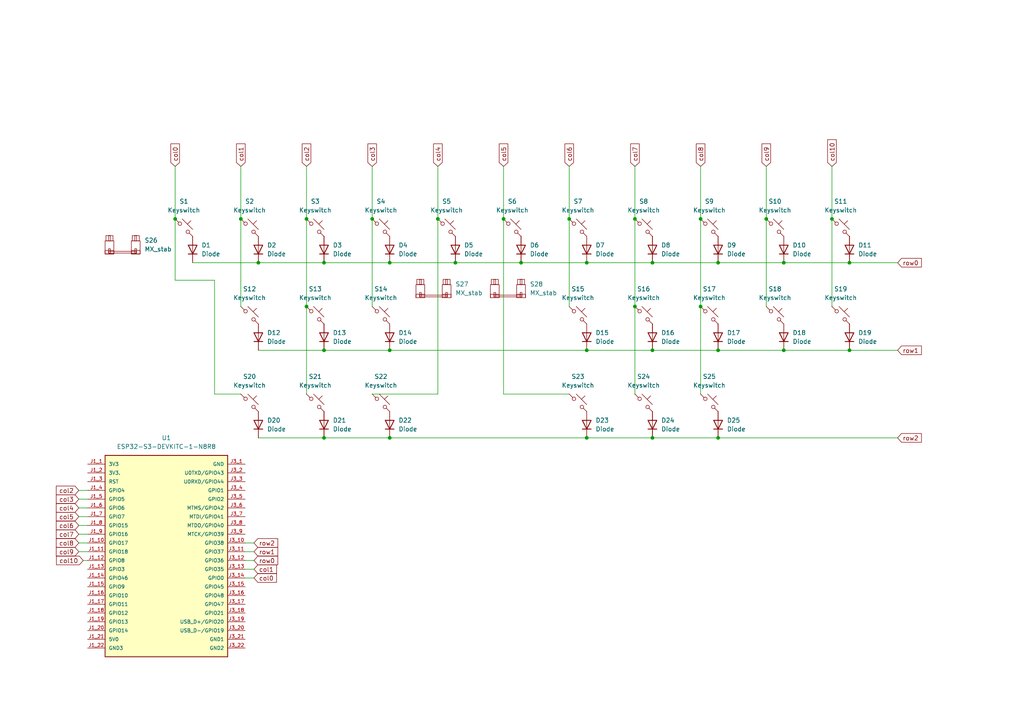
<source format=kicad_sch>
(kicad_sch
	(version 20250114)
	(generator "eeschema")
	(generator_version "9.0")
	(uuid "57056b13-5793-4c02-942c-109028b6ce05")
	(paper "A4")
	(lib_symbols
		(symbol "ESP32-S3-DEVKITC-1-N8R8:ESP32-S3-DEVKITC-1-N8R8"
			(pin_names
				(offset 1.016)
			)
			(exclude_from_sim no)
			(in_bom yes)
			(on_board yes)
			(property "Reference" "U"
				(at -17.78 35.56 0)
				(effects
					(font
						(size 1.27 1.27)
					)
					(justify left top)
				)
			)
			(property "Value" "ESP32-S3-DEVKITC-1-N8R8"
				(at -17.78 -27.94 0)
				(effects
					(font
						(size 1.27 1.27)
					)
					(justify left bottom)
				)
			)
			(property "Footprint" "ESP32-S3-DEVKITC-1-N8R8:ESP32-S3-DEVKITC-1-N8R8"
				(at 0 0 0)
				(effects
					(font
						(size 1.27 1.27)
					)
					(justify bottom)
					(hide yes)
				)
			)
			(property "Datasheet" ""
				(at 0 0 0)
				(effects
					(font
						(size 1.27 1.27)
					)
					(hide yes)
				)
			)
			(property "Description" ""
				(at 0 0 0)
				(effects
					(font
						(size 1.27 1.27)
					)
					(hide yes)
				)
			)
			(property "MF" "Espressif Systems"
				(at 0 0 0)
				(effects
					(font
						(size 1.27 1.27)
					)
					(justify bottom)
					(hide yes)
				)
			)
			(property "Description_1" "The ESP32-S3-DEVKITC-1-N8R8 from Espressif Systems is a development board designed for RF, RFID, and wireless applications. It supports 802.11 b/g/n Wi-Fi and Bluetooth® 5.x (BLE) connectivity at 2.4GHz, making it ideal for IoT and wireless communication projects. This board is powered by the ESP32-S3-WROOM-1-N8R8 module, which features 8MB Quad SPI Flash and 8MB Octal SPI for efficient memory storage and processing."
				(at 0 0 0)
				(effects
					(font
						(size 1.27 1.27)
					)
					(justify bottom)
					(hide yes)
				)
			)
			(property "Package" "None"
				(at 0 0 0)
				(effects
					(font
						(size 1.27 1.27)
					)
					(justify bottom)
					(hide yes)
				)
			)
			(property "Price" "None"
				(at 0 0 0)
				(effects
					(font
						(size 1.27 1.27)
					)
					(justify bottom)
					(hide yes)
				)
			)
			(property "SnapEDA_Link" "https://www.snapeda.com/parts/ESP32-S3-DEVKITC-1-N8R8/Espressif+Systems/view-part/?ref=snap"
				(at 0 0 0)
				(effects
					(font
						(size 1.27 1.27)
					)
					(justify bottom)
					(hide yes)
				)
			)
			(property "MP" "ESP32-S3-DEVKITC-1-N8R8"
				(at 0 0 0)
				(effects
					(font
						(size 1.27 1.27)
					)
					(justify bottom)
					(hide yes)
				)
			)
			(property "Availability" "In Stock"
				(at 0 0 0)
				(effects
					(font
						(size 1.27 1.27)
					)
					(justify bottom)
					(hide yes)
				)
			)
			(property "Check_prices" "https://www.snapeda.com/parts/ESP32-S3-DEVKITC-1-N8R8/Espressif+Systems/view-part/?ref=eda"
				(at 0 0 0)
				(effects
					(font
						(size 1.27 1.27)
					)
					(justify bottom)
					(hide yes)
				)
			)
			(symbol "ESP32-S3-DEVKITC-1-N8R8_0_0"
				(rectangle
					(start -17.78 -25.4)
					(end 17.78 33.02)
					(stroke
						(width 0.254)
						(type default)
					)
					(fill
						(type background)
					)
				)
				(pin power_in line
					(at -22.86 30.48 0)
					(length 5.08)
					(name "3V3"
						(effects
							(font
								(size 1.016 1.016)
							)
						)
					)
					(number "J1_1"
						(effects
							(font
								(size 1.016 1.016)
							)
						)
					)
				)
				(pin power_in line
					(at -22.86 27.94 0)
					(length 5.08)
					(name "3V3."
						(effects
							(font
								(size 1.016 1.016)
							)
						)
					)
					(number "J1_2"
						(effects
							(font
								(size 1.016 1.016)
							)
						)
					)
				)
				(pin input line
					(at -22.86 25.4 0)
					(length 5.08)
					(name "RST"
						(effects
							(font
								(size 1.016 1.016)
							)
						)
					)
					(number "J1_3"
						(effects
							(font
								(size 1.016 1.016)
							)
						)
					)
				)
				(pin bidirectional line
					(at -22.86 22.86 0)
					(length 5.08)
					(name "GPIO4"
						(effects
							(font
								(size 1.016 1.016)
							)
						)
					)
					(number "J1_4"
						(effects
							(font
								(size 1.016 1.016)
							)
						)
					)
				)
				(pin bidirectional line
					(at -22.86 20.32 0)
					(length 5.08)
					(name "GPIO5"
						(effects
							(font
								(size 1.016 1.016)
							)
						)
					)
					(number "J1_5"
						(effects
							(font
								(size 1.016 1.016)
							)
						)
					)
				)
				(pin bidirectional line
					(at -22.86 17.78 0)
					(length 5.08)
					(name "GPIO6"
						(effects
							(font
								(size 1.016 1.016)
							)
						)
					)
					(number "J1_6"
						(effects
							(font
								(size 1.016 1.016)
							)
						)
					)
				)
				(pin bidirectional line
					(at -22.86 15.24 0)
					(length 5.08)
					(name "GPIO7"
						(effects
							(font
								(size 1.016 1.016)
							)
						)
					)
					(number "J1_7"
						(effects
							(font
								(size 1.016 1.016)
							)
						)
					)
				)
				(pin bidirectional line
					(at -22.86 12.7 0)
					(length 5.08)
					(name "GPIO15"
						(effects
							(font
								(size 1.016 1.016)
							)
						)
					)
					(number "J1_8"
						(effects
							(font
								(size 1.016 1.016)
							)
						)
					)
				)
				(pin bidirectional line
					(at -22.86 10.16 0)
					(length 5.08)
					(name "GPIO16"
						(effects
							(font
								(size 1.016 1.016)
							)
						)
					)
					(number "J1_9"
						(effects
							(font
								(size 1.016 1.016)
							)
						)
					)
				)
				(pin bidirectional line
					(at -22.86 7.62 0)
					(length 5.08)
					(name "GPIO17"
						(effects
							(font
								(size 1.016 1.016)
							)
						)
					)
					(number "J1_10"
						(effects
							(font
								(size 1.016 1.016)
							)
						)
					)
				)
				(pin bidirectional line
					(at -22.86 5.08 0)
					(length 5.08)
					(name "GPIO18"
						(effects
							(font
								(size 1.016 1.016)
							)
						)
					)
					(number "J1_11"
						(effects
							(font
								(size 1.016 1.016)
							)
						)
					)
				)
				(pin bidirectional line
					(at -22.86 2.54 0)
					(length 5.08)
					(name "GPIO8"
						(effects
							(font
								(size 1.016 1.016)
							)
						)
					)
					(number "J1_12"
						(effects
							(font
								(size 1.016 1.016)
							)
						)
					)
				)
				(pin bidirectional line
					(at -22.86 0 0)
					(length 5.08)
					(name "GPIO3"
						(effects
							(font
								(size 1.016 1.016)
							)
						)
					)
					(number "J1_13"
						(effects
							(font
								(size 1.016 1.016)
							)
						)
					)
				)
				(pin bidirectional line
					(at -22.86 -2.54 0)
					(length 5.08)
					(name "GPIO46"
						(effects
							(font
								(size 1.016 1.016)
							)
						)
					)
					(number "J1_14"
						(effects
							(font
								(size 1.016 1.016)
							)
						)
					)
				)
				(pin bidirectional line
					(at -22.86 -5.08 0)
					(length 5.08)
					(name "GPIO9"
						(effects
							(font
								(size 1.016 1.016)
							)
						)
					)
					(number "J1_15"
						(effects
							(font
								(size 1.016 1.016)
							)
						)
					)
				)
				(pin bidirectional line
					(at -22.86 -7.62 0)
					(length 5.08)
					(name "GPIO10"
						(effects
							(font
								(size 1.016 1.016)
							)
						)
					)
					(number "J1_16"
						(effects
							(font
								(size 1.016 1.016)
							)
						)
					)
				)
				(pin bidirectional line
					(at -22.86 -10.16 0)
					(length 5.08)
					(name "GPIO11"
						(effects
							(font
								(size 1.016 1.016)
							)
						)
					)
					(number "J1_17"
						(effects
							(font
								(size 1.016 1.016)
							)
						)
					)
				)
				(pin bidirectional line
					(at -22.86 -12.7 0)
					(length 5.08)
					(name "GPIO12"
						(effects
							(font
								(size 1.016 1.016)
							)
						)
					)
					(number "J1_18"
						(effects
							(font
								(size 1.016 1.016)
							)
						)
					)
				)
				(pin bidirectional line
					(at -22.86 -15.24 0)
					(length 5.08)
					(name "GPIO13"
						(effects
							(font
								(size 1.016 1.016)
							)
						)
					)
					(number "J1_19"
						(effects
							(font
								(size 1.016 1.016)
							)
						)
					)
				)
				(pin bidirectional line
					(at -22.86 -17.78 0)
					(length 5.08)
					(name "GPIO14"
						(effects
							(font
								(size 1.016 1.016)
							)
						)
					)
					(number "J1_20"
						(effects
							(font
								(size 1.016 1.016)
							)
						)
					)
				)
				(pin power_in line
					(at -22.86 -20.32 0)
					(length 5.08)
					(name "5V0"
						(effects
							(font
								(size 1.016 1.016)
							)
						)
					)
					(number "J1_21"
						(effects
							(font
								(size 1.016 1.016)
							)
						)
					)
				)
				(pin power_in line
					(at -22.86 -22.86 0)
					(length 5.08)
					(name "GND3"
						(effects
							(font
								(size 1.016 1.016)
							)
						)
					)
					(number "J1_22"
						(effects
							(font
								(size 1.016 1.016)
							)
						)
					)
				)
				(pin power_in line
					(at 22.86 30.48 180)
					(length 5.08)
					(name "GND"
						(effects
							(font
								(size 1.016 1.016)
							)
						)
					)
					(number "J3_1"
						(effects
							(font
								(size 1.016 1.016)
							)
						)
					)
				)
				(pin bidirectional line
					(at 22.86 27.94 180)
					(length 5.08)
					(name "U0TXD/GPIO43"
						(effects
							(font
								(size 1.016 1.016)
							)
						)
					)
					(number "J3_2"
						(effects
							(font
								(size 1.016 1.016)
							)
						)
					)
				)
				(pin bidirectional line
					(at 22.86 25.4 180)
					(length 5.08)
					(name "U0RXD/GPIO44"
						(effects
							(font
								(size 1.016 1.016)
							)
						)
					)
					(number "J3_3"
						(effects
							(font
								(size 1.016 1.016)
							)
						)
					)
				)
				(pin bidirectional line
					(at 22.86 22.86 180)
					(length 5.08)
					(name "GPIO1"
						(effects
							(font
								(size 1.016 1.016)
							)
						)
					)
					(number "J3_4"
						(effects
							(font
								(size 1.016 1.016)
							)
						)
					)
				)
				(pin bidirectional line
					(at 22.86 20.32 180)
					(length 5.08)
					(name "GPIO2"
						(effects
							(font
								(size 1.016 1.016)
							)
						)
					)
					(number "J3_5"
						(effects
							(font
								(size 1.016 1.016)
							)
						)
					)
				)
				(pin bidirectional line
					(at 22.86 17.78 180)
					(length 5.08)
					(name "MTMS/GPIO42"
						(effects
							(font
								(size 1.016 1.016)
							)
						)
					)
					(number "J3_6"
						(effects
							(font
								(size 1.016 1.016)
							)
						)
					)
				)
				(pin bidirectional line
					(at 22.86 15.24 180)
					(length 5.08)
					(name "MTDI/GPIO41"
						(effects
							(font
								(size 1.016 1.016)
							)
						)
					)
					(number "J3_7"
						(effects
							(font
								(size 1.016 1.016)
							)
						)
					)
				)
				(pin bidirectional line
					(at 22.86 12.7 180)
					(length 5.08)
					(name "MTDO/GPIO40"
						(effects
							(font
								(size 1.016 1.016)
							)
						)
					)
					(number "J3_8"
						(effects
							(font
								(size 1.016 1.016)
							)
						)
					)
				)
				(pin bidirectional line
					(at 22.86 10.16 180)
					(length 5.08)
					(name "MTCK/GPIO39"
						(effects
							(font
								(size 1.016 1.016)
							)
						)
					)
					(number "J3_9"
						(effects
							(font
								(size 1.016 1.016)
							)
						)
					)
				)
				(pin bidirectional line
					(at 22.86 7.62 180)
					(length 5.08)
					(name "GPIO38"
						(effects
							(font
								(size 1.016 1.016)
							)
						)
					)
					(number "J3_10"
						(effects
							(font
								(size 1.016 1.016)
							)
						)
					)
				)
				(pin bidirectional line
					(at 22.86 5.08 180)
					(length 5.08)
					(name "GPIO37"
						(effects
							(font
								(size 1.016 1.016)
							)
						)
					)
					(number "J3_11"
						(effects
							(font
								(size 1.016 1.016)
							)
						)
					)
				)
				(pin bidirectional line
					(at 22.86 2.54 180)
					(length 5.08)
					(name "GPIO36"
						(effects
							(font
								(size 1.016 1.016)
							)
						)
					)
					(number "J3_12"
						(effects
							(font
								(size 1.016 1.016)
							)
						)
					)
				)
				(pin bidirectional line
					(at 22.86 0 180)
					(length 5.08)
					(name "GPIO35"
						(effects
							(font
								(size 1.016 1.016)
							)
						)
					)
					(number "J3_13"
						(effects
							(font
								(size 1.016 1.016)
							)
						)
					)
				)
				(pin bidirectional line
					(at 22.86 -2.54 180)
					(length 5.08)
					(name "GPIO0"
						(effects
							(font
								(size 1.016 1.016)
							)
						)
					)
					(number "J3_14"
						(effects
							(font
								(size 1.016 1.016)
							)
						)
					)
				)
				(pin bidirectional line
					(at 22.86 -5.08 180)
					(length 5.08)
					(name "GPIO45"
						(effects
							(font
								(size 1.016 1.016)
							)
						)
					)
					(number "J3_15"
						(effects
							(font
								(size 1.016 1.016)
							)
						)
					)
				)
				(pin bidirectional line
					(at 22.86 -7.62 180)
					(length 5.08)
					(name "GPIO48"
						(effects
							(font
								(size 1.016 1.016)
							)
						)
					)
					(number "J3_16"
						(effects
							(font
								(size 1.016 1.016)
							)
						)
					)
				)
				(pin bidirectional line
					(at 22.86 -10.16 180)
					(length 5.08)
					(name "GPIO47"
						(effects
							(font
								(size 1.016 1.016)
							)
						)
					)
					(number "J3_17"
						(effects
							(font
								(size 1.016 1.016)
							)
						)
					)
				)
				(pin bidirectional line
					(at 22.86 -12.7 180)
					(length 5.08)
					(name "GPIO21"
						(effects
							(font
								(size 1.016 1.016)
							)
						)
					)
					(number "J3_18"
						(effects
							(font
								(size 1.016 1.016)
							)
						)
					)
				)
				(pin bidirectional line
					(at 22.86 -15.24 180)
					(length 5.08)
					(name "USB_D+/GPIO20"
						(effects
							(font
								(size 1.016 1.016)
							)
						)
					)
					(number "J3_19"
						(effects
							(font
								(size 1.016 1.016)
							)
						)
					)
				)
				(pin bidirectional line
					(at 22.86 -17.78 180)
					(length 5.08)
					(name "USB_D-/GPIO19"
						(effects
							(font
								(size 1.016 1.016)
							)
						)
					)
					(number "J3_20"
						(effects
							(font
								(size 1.016 1.016)
							)
						)
					)
				)
				(pin power_in line
					(at 22.86 -20.32 180)
					(length 5.08)
					(name "GND1"
						(effects
							(font
								(size 1.016 1.016)
							)
						)
					)
					(number "J3_21"
						(effects
							(font
								(size 1.016 1.016)
							)
						)
					)
				)
				(pin power_in line
					(at 22.86 -22.86 180)
					(length 5.08)
					(name "GND2"
						(effects
							(font
								(size 1.016 1.016)
							)
						)
					)
					(number "J3_22"
						(effects
							(font
								(size 1.016 1.016)
							)
						)
					)
				)
			)
			(embedded_fonts no)
		)
		(symbol "ScottoKeebs:Placeholder_Diode"
			(pin_numbers
				(hide yes)
			)
			(pin_names
				(hide yes)
			)
			(exclude_from_sim no)
			(in_bom yes)
			(on_board yes)
			(property "Reference" "D"
				(at 0 2.54 0)
				(effects
					(font
						(size 1.27 1.27)
					)
				)
			)
			(property "Value" "Diode"
				(at 0 -2.54 0)
				(effects
					(font
						(size 1.27 1.27)
					)
				)
			)
			(property "Footprint" ""
				(at 0 0 0)
				(effects
					(font
						(size 1.27 1.27)
					)
					(hide yes)
				)
			)
			(property "Datasheet" ""
				(at 0 0 0)
				(effects
					(font
						(size 1.27 1.27)
					)
					(hide yes)
				)
			)
			(property "Description" "1N4148 (DO-35) or 1N4148W (SOD-123)"
				(at 0 0 0)
				(effects
					(font
						(size 1.27 1.27)
					)
					(hide yes)
				)
			)
			(property "Sim.Device" "D"
				(at 0 0 0)
				(effects
					(font
						(size 1.27 1.27)
					)
					(hide yes)
				)
			)
			(property "Sim.Pins" "1=K 2=A"
				(at 0 0 0)
				(effects
					(font
						(size 1.27 1.27)
					)
					(hide yes)
				)
			)
			(property "ki_keywords" "diode"
				(at 0 0 0)
				(effects
					(font
						(size 1.27 1.27)
					)
					(hide yes)
				)
			)
			(property "ki_fp_filters" "D*DO?35*"
				(at 0 0 0)
				(effects
					(font
						(size 1.27 1.27)
					)
					(hide yes)
				)
			)
			(symbol "Placeholder_Diode_0_1"
				(polyline
					(pts
						(xy -1.27 1.27) (xy -1.27 -1.27)
					)
					(stroke
						(width 0.254)
						(type default)
					)
					(fill
						(type none)
					)
				)
				(polyline
					(pts
						(xy 1.27 1.27) (xy 1.27 -1.27) (xy -1.27 0) (xy 1.27 1.27)
					)
					(stroke
						(width 0.254)
						(type default)
					)
					(fill
						(type none)
					)
				)
				(polyline
					(pts
						(xy 1.27 0) (xy -1.27 0)
					)
					(stroke
						(width 0)
						(type default)
					)
					(fill
						(type none)
					)
				)
			)
			(symbol "Placeholder_Diode_1_1"
				(pin passive line
					(at -3.81 0 0)
					(length 2.54)
					(name "K"
						(effects
							(font
								(size 1.27 1.27)
							)
						)
					)
					(number "1"
						(effects
							(font
								(size 1.27 1.27)
							)
						)
					)
				)
				(pin passive line
					(at 3.81 0 180)
					(length 2.54)
					(name "A"
						(effects
							(font
								(size 1.27 1.27)
							)
						)
					)
					(number "2"
						(effects
							(font
								(size 1.27 1.27)
							)
						)
					)
				)
			)
			(embedded_fonts no)
		)
		(symbol "ScottoKeebs:Placeholder_Keyswitch"
			(pin_numbers
				(hide yes)
			)
			(pin_names
				(offset 1.016)
				(hide yes)
			)
			(exclude_from_sim no)
			(in_bom yes)
			(on_board yes)
			(property "Reference" "S"
				(at 3.048 1.016 0)
				(effects
					(font
						(size 1.27 1.27)
					)
					(justify left)
				)
			)
			(property "Value" "Keyswitch"
				(at 0 -3.81 0)
				(effects
					(font
						(size 1.27 1.27)
					)
				)
			)
			(property "Footprint" ""
				(at 0 0 0)
				(effects
					(font
						(size 1.27 1.27)
					)
					(hide yes)
				)
			)
			(property "Datasheet" "~"
				(at 0 0 0)
				(effects
					(font
						(size 1.27 1.27)
					)
					(hide yes)
				)
			)
			(property "Description" "Push button switch, normally open, two pins, 45° tilted"
				(at 0 0 0)
				(effects
					(font
						(size 1.27 1.27)
					)
					(hide yes)
				)
			)
			(property "ki_keywords" "switch normally-open pushbutton push-button"
				(at 0 0 0)
				(effects
					(font
						(size 1.27 1.27)
					)
					(hide yes)
				)
			)
			(symbol "Placeholder_Keyswitch_0_1"
				(polyline
					(pts
						(xy -2.54 2.54) (xy -1.524 1.524) (xy -1.524 1.524)
					)
					(stroke
						(width 0)
						(type default)
					)
					(fill
						(type none)
					)
				)
				(circle
					(center -1.1684 1.1684)
					(radius 0.508)
					(stroke
						(width 0)
						(type default)
					)
					(fill
						(type none)
					)
				)
				(polyline
					(pts
						(xy -0.508 2.54) (xy 2.54 -0.508)
					)
					(stroke
						(width 0)
						(type default)
					)
					(fill
						(type none)
					)
				)
				(polyline
					(pts
						(xy 1.016 1.016) (xy 2.032 2.032)
					)
					(stroke
						(width 0)
						(type default)
					)
					(fill
						(type none)
					)
				)
				(circle
					(center 1.143 -1.1938)
					(radius 0.508)
					(stroke
						(width 0)
						(type default)
					)
					(fill
						(type none)
					)
				)
				(polyline
					(pts
						(xy 1.524 -1.524) (xy 2.54 -2.54) (xy 2.54 -2.54) (xy 2.54 -2.54)
					)
					(stroke
						(width 0)
						(type default)
					)
					(fill
						(type none)
					)
				)
				(pin passive line
					(at -2.54 2.54 0)
					(length 0)
					(name "1"
						(effects
							(font
								(size 1.27 1.27)
							)
						)
					)
					(number "1"
						(effects
							(font
								(size 1.27 1.27)
							)
						)
					)
				)
				(pin passive line
					(at 2.54 -2.54 180)
					(length 0)
					(name "2"
						(effects
							(font
								(size 1.27 1.27)
							)
						)
					)
					(number "2"
						(effects
							(font
								(size 1.27 1.27)
							)
						)
					)
				)
			)
			(embedded_fonts no)
		)
		(symbol "marbastlib-mx:MX_stab"
			(pin_names
				(offset 1.016)
			)
			(exclude_from_sim no)
			(in_bom yes)
			(on_board yes)
			(property "Reference" "S"
				(at -5.08 6.35 0)
				(effects
					(font
						(size 1.27 1.27)
					)
					(justify left)
				)
			)
			(property "Value" "MX_stab"
				(at -5.08 3.81 0)
				(effects
					(font
						(size 1.27 1.27)
					)
					(justify left)
				)
			)
			(property "Footprint" "PCM_marbastlib-mx:STAB_MX_P_6.25u"
				(at 0 0 0)
				(effects
					(font
						(size 1.27 1.27)
					)
					(hide yes)
				)
			)
			(property "Datasheet" ""
				(at 0 0 0)
				(effects
					(font
						(size 1.27 1.27)
					)
					(hide yes)
				)
			)
			(property "Description" "Cherry MX-style stabilizer"
				(at 0 0 0)
				(effects
					(font
						(size 1.27 1.27)
					)
					(hide yes)
				)
			)
			(property "ki_keywords" "cherry mx stabilizer stab"
				(at 0 0 0)
				(effects
					(font
						(size 1.27 1.27)
					)
					(hide yes)
				)
			)
			(symbol "MX_stab_0_1"
				(rectangle
					(start -5.08 1.27)
					(end -2.54 -2.54)
					(stroke
						(width 0)
						(type default)
					)
					(fill
						(type none)
					)
				)
				(rectangle
					(start -5.08 -1.524)
					(end -2.54 -2.54)
					(stroke
						(width 0)
						(type default)
					)
					(fill
						(type none)
					)
				)
				(rectangle
					(start -4.826 2.794)
					(end -2.794 1.27)
					(stroke
						(width 0)
						(type default)
					)
					(fill
						(type none)
					)
				)
				(rectangle
					(start -4.064 1.27)
					(end -3.556 2.794)
					(stroke
						(width 0)
						(type default)
					)
					(fill
						(type none)
					)
				)
				(rectangle
					(start -4.064 -1.778)
					(end 4.064 -2.286)
					(stroke
						(width 0)
						(type default)
					)
					(fill
						(type none)
					)
				)
				(rectangle
					(start -4.064 -2.286)
					(end -3.556 -1.016)
					(stroke
						(width 0)
						(type default)
					)
					(fill
						(type none)
					)
				)
				(rectangle
					(start 2.54 1.27)
					(end 5.08 -2.54)
					(stroke
						(width 0)
						(type default)
					)
					(fill
						(type none)
					)
				)
				(rectangle
					(start 2.54 -1.524)
					(end 5.08 -2.54)
					(stroke
						(width 0)
						(type default)
					)
					(fill
						(type none)
					)
				)
				(rectangle
					(start 2.794 2.794)
					(end 4.826 1.27)
					(stroke
						(width 0)
						(type default)
					)
					(fill
						(type none)
					)
				)
				(rectangle
					(start 3.556 1.27)
					(end 4.064 2.794)
					(stroke
						(width 0)
						(type default)
					)
					(fill
						(type none)
					)
				)
				(rectangle
					(start 4.064 -2.286)
					(end 3.556 -1.016)
					(stroke
						(width 0)
						(type default)
					)
					(fill
						(type none)
					)
				)
			)
			(embedded_fonts no)
		)
	)
	(junction
		(at 246.38 76.2)
		(diameter 0)
		(color 0 0 0 0)
		(uuid "0d6a1316-bb1f-4478-87fb-5be711bef3f2")
	)
	(junction
		(at 113.03 76.2)
		(diameter 0)
		(color 0 0 0 0)
		(uuid "1953313b-f716-4841-a137-d5ec75a1a325")
	)
	(junction
		(at 113.03 127)
		(diameter 0)
		(color 0 0 0 0)
		(uuid "26b7bede-c8a0-4423-aa92-7d819879e919")
	)
	(junction
		(at 208.28 101.6)
		(diameter 0)
		(color 0 0 0 0)
		(uuid "2b8e1cb0-e3a9-4b7f-a2c1-efbee123a173")
	)
	(junction
		(at 203.2 88.9)
		(diameter 0)
		(color 0 0 0 0)
		(uuid "3340d85e-8055-4540-8f39-d79f809ee3c1")
	)
	(junction
		(at 88.9 63.5)
		(diameter 0)
		(color 0 0 0 0)
		(uuid "49ffd074-d7a0-4f99-a357-92bbfa212002")
	)
	(junction
		(at 170.18 76.2)
		(diameter 0)
		(color 0 0 0 0)
		(uuid "4f19cf61-8b7d-4d92-bcd9-a58ea73f30e2")
	)
	(junction
		(at 170.18 101.6)
		(diameter 0)
		(color 0 0 0 0)
		(uuid "52b8ff4f-6cab-4ac1-a69e-43ad06c66548")
	)
	(junction
		(at 146.05 63.5)
		(diameter 0)
		(color 0 0 0 0)
		(uuid "52e39b04-5515-4aec-86f9-1e075957c65b")
	)
	(junction
		(at 246.38 101.6)
		(diameter 0)
		(color 0 0 0 0)
		(uuid "555a31f2-1b1f-4f56-8b5c-40de7148075e")
	)
	(junction
		(at 93.98 127)
		(diameter 0)
		(color 0 0 0 0)
		(uuid "5aa28ac0-924a-4011-9955-b1d9e39067d6")
	)
	(junction
		(at 165.1 63.5)
		(diameter 0)
		(color 0 0 0 0)
		(uuid "60a73ae6-674a-4f94-b068-dd37b2efa3bf")
	)
	(junction
		(at 50.8 63.5)
		(diameter 0)
		(color 0 0 0 0)
		(uuid "7752d540-ff09-4f91-bec1-4f0040be555f")
	)
	(junction
		(at 203.2 63.5)
		(diameter 0)
		(color 0 0 0 0)
		(uuid "794ee55e-467f-4a7c-9ca0-b255f3565e70")
	)
	(junction
		(at 241.3 63.5)
		(diameter 0)
		(color 0 0 0 0)
		(uuid "7adcf327-ce9e-459b-8ea1-6021a8a1bbd0")
	)
	(junction
		(at 227.33 101.6)
		(diameter 0)
		(color 0 0 0 0)
		(uuid "7e7e5bae-9783-48fb-9ebe-dd3e0fc83e07")
	)
	(junction
		(at 170.18 127)
		(diameter 0)
		(color 0 0 0 0)
		(uuid "8d734d26-5aff-41f9-b1a1-fc806cea37db")
	)
	(junction
		(at 208.28 76.2)
		(diameter 0)
		(color 0 0 0 0)
		(uuid "8d896371-1299-4c55-b837-a93ddaa76d7e")
	)
	(junction
		(at 127 63.5)
		(diameter 0)
		(color 0 0 0 0)
		(uuid "991cc6d8-60e8-4bd9-8ff2-e5be1f0a1201")
	)
	(junction
		(at 151.13 76.2)
		(diameter 0)
		(color 0 0 0 0)
		(uuid "a2116539-1329-47b3-8cf9-71a47400f830")
	)
	(junction
		(at 132.08 76.2)
		(diameter 0)
		(color 0 0 0 0)
		(uuid "a252db5b-6ee4-4065-9a32-28e7a9bfccf3")
	)
	(junction
		(at 74.93 76.2)
		(diameter 0)
		(color 0 0 0 0)
		(uuid "a43b341e-5650-4b7c-b4ef-ef1635a34fbb")
	)
	(junction
		(at 208.28 127)
		(diameter 0)
		(color 0 0 0 0)
		(uuid "a5e08aea-029b-4040-9ddb-3f637e1c7148")
	)
	(junction
		(at 88.9 88.9)
		(diameter 0)
		(color 0 0 0 0)
		(uuid "b51682e7-a141-47ee-8969-43730e1155a6")
	)
	(junction
		(at 189.23 76.2)
		(diameter 0)
		(color 0 0 0 0)
		(uuid "b5c2098f-0532-484b-8f30-ca02ae7bb533")
	)
	(junction
		(at 189.23 127)
		(diameter 0)
		(color 0 0 0 0)
		(uuid "c09e0cf2-4e99-4cc8-9e56-d629c707d6ca")
	)
	(junction
		(at 227.33 76.2)
		(diameter 0)
		(color 0 0 0 0)
		(uuid "c2b6c88f-038e-4d82-ab60-826173054bcb")
	)
	(junction
		(at 189.23 101.6)
		(diameter 0)
		(color 0 0 0 0)
		(uuid "c876545a-b96d-4701-9122-110e0c3361f5")
	)
	(junction
		(at 69.85 63.5)
		(diameter 0)
		(color 0 0 0 0)
		(uuid "d73a5292-bc8b-4af2-96f1-6f5e3a89f4c6")
	)
	(junction
		(at 184.15 88.9)
		(diameter 0)
		(color 0 0 0 0)
		(uuid "dc97096c-8e28-4ed3-b705-8715bb7cff9d")
	)
	(junction
		(at 184.15 63.5)
		(diameter 0)
		(color 0 0 0 0)
		(uuid "dd2c3b96-96e8-439b-8f07-66beba9a9bee")
	)
	(junction
		(at 107.95 63.5)
		(diameter 0)
		(color 0 0 0 0)
		(uuid "f192b3c6-99a3-463d-a769-f567f8b11809")
	)
	(junction
		(at 93.98 101.6)
		(diameter 0)
		(color 0 0 0 0)
		(uuid "f6329fb3-6841-4a26-9799-47b8a83af105")
	)
	(junction
		(at 93.98 76.2)
		(diameter 0)
		(color 0 0 0 0)
		(uuid "f6b44edb-0f39-488f-a744-d7f60ef8b187")
	)
	(junction
		(at 222.25 63.5)
		(diameter 0)
		(color 0 0 0 0)
		(uuid "f8e1c547-4c40-4593-a469-c227e63e26f0")
	)
	(junction
		(at 113.03 101.6)
		(diameter 0)
		(color 0 0 0 0)
		(uuid "fdcfe198-817c-4079-a2e4-63e830aa99b8")
	)
	(wire
		(pts
			(xy 184.15 48.26) (xy 184.15 63.5)
		)
		(stroke
			(width 0)
			(type default)
		)
		(uuid "027f2d63-376c-4f07-ae9f-683cbd0b8833")
	)
	(wire
		(pts
			(xy 208.28 76.2) (xy 227.33 76.2)
		)
		(stroke
			(width 0)
			(type default)
		)
		(uuid "03054c40-d350-42aa-ac42-1a3a7e6eb46b")
	)
	(wire
		(pts
			(xy 170.18 101.6) (xy 189.23 101.6)
		)
		(stroke
			(width 0)
			(type default)
		)
		(uuid "0c47a188-38c0-41dc-83e7-015cc8279c32")
	)
	(wire
		(pts
			(xy 184.15 63.5) (xy 184.15 88.9)
		)
		(stroke
			(width 0)
			(type default)
		)
		(uuid "10e9dee3-1a50-438d-b3ef-c6221fab198e")
	)
	(wire
		(pts
			(xy 73.66 157.48) (xy 71.12 157.48)
		)
		(stroke
			(width 0)
			(type default)
		)
		(uuid "12ac3dc1-c5e1-44ef-807d-40df0eb7ceb6")
	)
	(wire
		(pts
			(xy 22.86 152.4) (xy 25.4 152.4)
		)
		(stroke
			(width 0)
			(type default)
		)
		(uuid "1c56bb09-c3ec-4796-a0b1-5c57c4cc0532")
	)
	(wire
		(pts
			(xy 222.25 63.5) (xy 222.25 88.9)
		)
		(stroke
			(width 0)
			(type default)
		)
		(uuid "20c4a893-96d0-4c99-8716-5af7ffa988f6")
	)
	(wire
		(pts
			(xy 69.85 63.5) (xy 69.85 88.9)
		)
		(stroke
			(width 0)
			(type default)
		)
		(uuid "246d2194-69da-42b5-aa0a-ec4af773ece2")
	)
	(wire
		(pts
			(xy 74.93 76.2) (xy 93.98 76.2)
		)
		(stroke
			(width 0)
			(type default)
		)
		(uuid "29b32c57-5386-4b98-a178-28748872c2c7")
	)
	(wire
		(pts
			(xy 22.86 144.78) (xy 25.4 144.78)
		)
		(stroke
			(width 0)
			(type default)
		)
		(uuid "2af0922a-2540-4f7b-88cd-e58db9687742")
	)
	(wire
		(pts
			(xy 208.28 101.6) (xy 227.33 101.6)
		)
		(stroke
			(width 0)
			(type default)
		)
		(uuid "2f73270f-0936-4e13-8afb-fe9cd3f7970b")
	)
	(wire
		(pts
			(xy 22.86 147.32) (xy 25.4 147.32)
		)
		(stroke
			(width 0)
			(type default)
		)
		(uuid "306e1701-2ab0-4103-aeaf-ce7decff166b")
	)
	(wire
		(pts
			(xy 241.3 63.5) (xy 241.3 88.9)
		)
		(stroke
			(width 0)
			(type default)
		)
		(uuid "32f26f33-26e3-47fb-8d57-33fff3646bac")
	)
	(wire
		(pts
			(xy 22.86 157.48) (xy 25.4 157.48)
		)
		(stroke
			(width 0)
			(type default)
		)
		(uuid "3c12ea88-1b94-49f1-a8b6-88ab3509abf2")
	)
	(wire
		(pts
			(xy 73.66 167.64) (xy 71.12 167.64)
		)
		(stroke
			(width 0)
			(type default)
		)
		(uuid "402dda5e-2be1-41dd-981a-cf306388a8c5")
	)
	(wire
		(pts
			(xy 50.8 81.28) (xy 62.23 81.28)
		)
		(stroke
			(width 0)
			(type default)
		)
		(uuid "40c49439-1ea0-4d2a-acb6-59d0efdf71f7")
	)
	(wire
		(pts
			(xy 113.03 76.2) (xy 132.08 76.2)
		)
		(stroke
			(width 0)
			(type default)
		)
		(uuid "40dea769-544c-4dee-95c0-cb957fd0c069")
	)
	(wire
		(pts
			(xy 55.88 76.2) (xy 74.93 76.2)
		)
		(stroke
			(width 0)
			(type default)
		)
		(uuid "430a6023-583e-45af-ae98-fee4f30ba24b")
	)
	(wire
		(pts
			(xy 113.03 127) (xy 170.18 127)
		)
		(stroke
			(width 0)
			(type default)
		)
		(uuid "46a30f90-3ea0-45b1-ac3e-1d4283ef9902")
	)
	(wire
		(pts
			(xy 165.1 63.5) (xy 165.1 88.9)
		)
		(stroke
			(width 0)
			(type default)
		)
		(uuid "48431e79-d794-4f09-a9a5-7448a3b86c48")
	)
	(wire
		(pts
			(xy 88.9 48.26) (xy 88.9 63.5)
		)
		(stroke
			(width 0)
			(type default)
		)
		(uuid "4c203c0d-3aec-4e7d-81fd-27ccd4de5bf1")
	)
	(wire
		(pts
			(xy 50.8 63.5) (xy 50.8 81.28)
		)
		(stroke
			(width 0)
			(type default)
		)
		(uuid "4eac990d-12d1-453f-b108-e9dd9718bf14")
	)
	(wire
		(pts
			(xy 189.23 127) (xy 208.28 127)
		)
		(stroke
			(width 0)
			(type default)
		)
		(uuid "560cb7a3-55e1-43f2-9db5-89165454d5c4")
	)
	(wire
		(pts
			(xy 22.86 149.86) (xy 25.4 149.86)
		)
		(stroke
			(width 0)
			(type default)
		)
		(uuid "56871a25-79be-43cf-9c99-fda63948f3a5")
	)
	(wire
		(pts
			(xy 146.05 63.5) (xy 146.05 114.3)
		)
		(stroke
			(width 0)
			(type default)
		)
		(uuid "59ff4130-525d-4bce-be5d-091ab7acfc9b")
	)
	(wire
		(pts
			(xy 88.9 114.3) (xy 88.9 88.9)
		)
		(stroke
			(width 0)
			(type default)
		)
		(uuid "5c5a322b-e476-4cd6-aaa0-9aad0b448a2e")
	)
	(wire
		(pts
			(xy 22.86 154.94) (xy 25.4 154.94)
		)
		(stroke
			(width 0)
			(type default)
		)
		(uuid "6520f843-bbbf-46c9-b43f-dabd8209a1ac")
	)
	(wire
		(pts
			(xy 184.15 88.9) (xy 184.15 114.3)
		)
		(stroke
			(width 0)
			(type default)
		)
		(uuid "6af30b57-21e8-4639-baa5-9d6bde10f946")
	)
	(wire
		(pts
			(xy 93.98 76.2) (xy 113.03 76.2)
		)
		(stroke
			(width 0)
			(type default)
		)
		(uuid "6cc26e86-ec66-4812-8f9e-2b3e0ea50a13")
	)
	(wire
		(pts
			(xy 73.66 160.02) (xy 71.12 160.02)
		)
		(stroke
			(width 0)
			(type default)
		)
		(uuid "6cf3bd3f-9dde-4543-9672-9cfe66670c0f")
	)
	(wire
		(pts
			(xy 62.23 114.3) (xy 69.85 114.3)
		)
		(stroke
			(width 0)
			(type default)
		)
		(uuid "6d7e914d-1d77-40f8-b538-2594318ebf53")
	)
	(wire
		(pts
			(xy 170.18 127) (xy 189.23 127)
		)
		(stroke
			(width 0)
			(type default)
		)
		(uuid "6e2e159a-32a3-4a2c-aef6-82d60a8090e6")
	)
	(wire
		(pts
			(xy 107.95 48.26) (xy 107.95 63.5)
		)
		(stroke
			(width 0)
			(type default)
		)
		(uuid "7622f22d-7edf-41f6-94e4-d2c8d73e4890")
	)
	(wire
		(pts
			(xy 73.66 162.56) (xy 71.12 162.56)
		)
		(stroke
			(width 0)
			(type default)
		)
		(uuid "7d5562a4-81d0-4f85-993c-abc470bdc974")
	)
	(wire
		(pts
			(xy 132.08 76.2) (xy 151.13 76.2)
		)
		(stroke
			(width 0)
			(type default)
		)
		(uuid "812c5aa3-3a33-4ba5-8580-33d92cb4b0cc")
	)
	(wire
		(pts
			(xy 93.98 101.6) (xy 113.03 101.6)
		)
		(stroke
			(width 0)
			(type default)
		)
		(uuid "84988167-2e2e-47c5-9e96-96d0749ac8ed")
	)
	(wire
		(pts
			(xy 189.23 101.6) (xy 208.28 101.6)
		)
		(stroke
			(width 0)
			(type default)
		)
		(uuid "85864f01-cefa-4a71-8186-3517e5c44bd2")
	)
	(wire
		(pts
			(xy 113.03 101.6) (xy 170.18 101.6)
		)
		(stroke
			(width 0)
			(type default)
		)
		(uuid "89a9300b-dec6-4e46-9226-5e2492091113")
	)
	(wire
		(pts
			(xy 93.98 127) (xy 113.03 127)
		)
		(stroke
			(width 0)
			(type default)
		)
		(uuid "8b20c578-fab0-46f3-b86c-f30deff7b405")
	)
	(wire
		(pts
			(xy 146.05 48.26) (xy 146.05 63.5)
		)
		(stroke
			(width 0)
			(type default)
		)
		(uuid "8de4c9c5-2297-4c1f-9cdd-6673af775525")
	)
	(wire
		(pts
			(xy 241.3 48.26) (xy 241.3 63.5)
		)
		(stroke
			(width 0)
			(type default)
		)
		(uuid "94449af9-c6ef-49ae-9a09-bd023cef9d65")
	)
	(wire
		(pts
			(xy 88.9 88.9) (xy 88.9 63.5)
		)
		(stroke
			(width 0)
			(type default)
		)
		(uuid "9ef58695-7503-4359-9ada-619c52ba53be")
	)
	(wire
		(pts
			(xy 165.1 48.26) (xy 165.1 63.5)
		)
		(stroke
			(width 0)
			(type default)
		)
		(uuid "9f18324d-609e-4995-a4b8-12f9a687da96")
	)
	(wire
		(pts
			(xy 222.25 48.26) (xy 222.25 63.5)
		)
		(stroke
			(width 0)
			(type default)
		)
		(uuid "a02e3d19-7521-4454-8e91-da30c883989e")
	)
	(wire
		(pts
			(xy 74.93 127) (xy 93.98 127)
		)
		(stroke
			(width 0)
			(type default)
		)
		(uuid "a0de315c-4e87-4159-b511-799cc4362d1f")
	)
	(wire
		(pts
			(xy 22.86 142.24) (xy 25.4 142.24)
		)
		(stroke
			(width 0)
			(type default)
		)
		(uuid "a4c0a6fd-a9ef-4167-9f2a-d90092b68254")
	)
	(wire
		(pts
			(xy 62.23 81.28) (xy 62.23 114.3)
		)
		(stroke
			(width 0)
			(type default)
		)
		(uuid "a964e562-d5c7-4698-81fa-802ce88028a1")
	)
	(wire
		(pts
			(xy 203.2 48.26) (xy 203.2 63.5)
		)
		(stroke
			(width 0)
			(type default)
		)
		(uuid "ae377547-6f86-4219-95fd-90e4bd13916b")
	)
	(wire
		(pts
			(xy 50.8 48.26) (xy 50.8 63.5)
		)
		(stroke
			(width 0)
			(type default)
		)
		(uuid "ae57a7e4-169d-481d-8828-efc1ece3f30c")
	)
	(wire
		(pts
			(xy 22.86 160.02) (xy 25.4 160.02)
		)
		(stroke
			(width 0)
			(type default)
		)
		(uuid "b1555480-2162-48d1-9b52-8053fdc9bfd7")
	)
	(wire
		(pts
			(xy 146.05 114.3) (xy 165.1 114.3)
		)
		(stroke
			(width 0)
			(type default)
		)
		(uuid "b24880b3-460a-4bd8-8a60-9b60e5b9bb38")
	)
	(wire
		(pts
			(xy 127 63.5) (xy 127 114.3)
		)
		(stroke
			(width 0)
			(type default)
		)
		(uuid "b3fb93e3-3cdd-4300-8ead-d224f7d39213")
	)
	(wire
		(pts
			(xy 24.13 162.56) (xy 25.4 162.56)
		)
		(stroke
			(width 0)
			(type default)
		)
		(uuid "b94bd700-264e-4fc7-bbd5-4840205116c6")
	)
	(wire
		(pts
			(xy 227.33 101.6) (xy 246.38 101.6)
		)
		(stroke
			(width 0)
			(type default)
		)
		(uuid "bc486848-7191-47a3-9c7a-b0e6657be32a")
	)
	(wire
		(pts
			(xy 107.95 63.5) (xy 107.95 88.9)
		)
		(stroke
			(width 0)
			(type default)
		)
		(uuid "bdc338bd-c9d8-41a1-ac3d-653e1d4e7e76")
	)
	(wire
		(pts
			(xy 127 48.26) (xy 127 63.5)
		)
		(stroke
			(width 0)
			(type default)
		)
		(uuid "bf094dd3-8070-4af1-9a6c-098fbdbce7bc")
	)
	(wire
		(pts
			(xy 246.38 76.2) (xy 260.35 76.2)
		)
		(stroke
			(width 0)
			(type default)
		)
		(uuid "c1a5af7b-2c18-4c97-b7db-a7bfdcc761a4")
	)
	(wire
		(pts
			(xy 69.85 48.26) (xy 69.85 63.5)
		)
		(stroke
			(width 0)
			(type default)
		)
		(uuid "c70066de-cde7-4997-87e3-3ea86beae405")
	)
	(wire
		(pts
			(xy 203.2 88.9) (xy 203.2 63.5)
		)
		(stroke
			(width 0)
			(type default)
		)
		(uuid "d3892fa6-9afe-4cc8-b32c-154210371bbe")
	)
	(wire
		(pts
			(xy 203.2 88.9) (xy 203.2 114.3)
		)
		(stroke
			(width 0)
			(type default)
		)
		(uuid "d67ab60c-adfc-4fdd-b760-530fb8b19856")
	)
	(wire
		(pts
			(xy 151.13 76.2) (xy 170.18 76.2)
		)
		(stroke
			(width 0)
			(type default)
		)
		(uuid "e1dbbb3f-000c-4955-afac-ca8ebf9f5bc6")
	)
	(wire
		(pts
			(xy 73.66 165.1) (xy 71.12 165.1)
		)
		(stroke
			(width 0)
			(type default)
		)
		(uuid "e557fec2-a19a-4759-9593-956cbc9e3113")
	)
	(wire
		(pts
			(xy 227.33 76.2) (xy 246.38 76.2)
		)
		(stroke
			(width 0)
			(type default)
		)
		(uuid "e55b2357-8c6c-48c2-9409-8d09a3b8d026")
	)
	(wire
		(pts
			(xy 189.23 76.2) (xy 208.28 76.2)
		)
		(stroke
			(width 0)
			(type default)
		)
		(uuid "e9ecda41-afdf-49a2-bfb3-e750d25db30e")
	)
	(wire
		(pts
			(xy 246.38 101.6) (xy 260.35 101.6)
		)
		(stroke
			(width 0)
			(type default)
		)
		(uuid "ebee714a-ccc5-4b46-8ee0-630e5029781a")
	)
	(wire
		(pts
			(xy 127 114.3) (xy 107.95 114.3)
		)
		(stroke
			(width 0)
			(type default)
		)
		(uuid "edf016ee-321d-42ce-a4cb-bc9c50b25a79")
	)
	(wire
		(pts
			(xy 208.28 127) (xy 260.35 127)
		)
		(stroke
			(width 0)
			(type default)
		)
		(uuid "f6300a85-bfd9-4425-a98a-e0a3e62875ce")
	)
	(wire
		(pts
			(xy 74.93 101.6) (xy 93.98 101.6)
		)
		(stroke
			(width 0)
			(type default)
		)
		(uuid "f7354e4b-1c7c-4333-bc5a-e2420bf9d7ab")
	)
	(wire
		(pts
			(xy 170.18 76.2) (xy 189.23 76.2)
		)
		(stroke
			(width 0)
			(type default)
		)
		(uuid "f7ac9f42-6813-4c94-ab1d-6f528bee2425")
	)
	(global_label "col1"
		(shape input)
		(at 69.85 48.26 90)
		(fields_autoplaced yes)
		(effects
			(font
				(size 1.27 1.27)
			)
			(justify left)
		)
		(uuid "004248c3-9720-41bc-a0c8-c069f62fdf6e")
		(property "Intersheetrefs" "${INTERSHEET_REFS}"
			(at 69.85 41.1625 90)
			(effects
				(font
					(size 1.27 1.27)
				)
				(justify left)
				(hide yes)
			)
		)
	)
	(global_label "col10"
		(shape input)
		(at 24.13 162.56 180)
		(fields_autoplaced yes)
		(effects
			(font
				(size 1.27 1.27)
			)
			(justify right)
		)
		(uuid "0270bccc-493e-4bf1-bf61-8247e20f35dd")
		(property "Intersheetrefs" "${INTERSHEET_REFS}"
			(at 15.823 162.56 0)
			(effects
				(font
					(size 1.27 1.27)
				)
				(justify right)
				(hide yes)
			)
		)
	)
	(global_label "col6"
		(shape input)
		(at 165.1 48.26 90)
		(fields_autoplaced yes)
		(effects
			(font
				(size 1.27 1.27)
			)
			(justify left)
		)
		(uuid "08945076-a8a0-4f3e-80f2-8e4921b66ac0")
		(property "Intersheetrefs" "${INTERSHEET_REFS}"
			(at 165.1 41.1625 90)
			(effects
				(font
					(size 1.27 1.27)
				)
				(justify left)
				(hide yes)
			)
		)
	)
	(global_label "col6"
		(shape input)
		(at 22.86 152.4 180)
		(fields_autoplaced yes)
		(effects
			(font
				(size 1.27 1.27)
			)
			(justify right)
		)
		(uuid "20363ad4-0377-4ba9-9d95-d2b4106b618e")
		(property "Intersheetrefs" "${INTERSHEET_REFS}"
			(at 15.7625 152.4 0)
			(effects
				(font
					(size 1.27 1.27)
				)
				(justify right)
				(hide yes)
			)
		)
	)
	(global_label "col1"
		(shape input)
		(at 73.66 165.1 0)
		(fields_autoplaced yes)
		(effects
			(font
				(size 1.27 1.27)
			)
			(justify left)
		)
		(uuid "279c0ce5-0d80-4643-97ec-d6dd3ad5e05a")
		(property "Intersheetrefs" "${INTERSHEET_REFS}"
			(at 80.7575 165.1 0)
			(effects
				(font
					(size 1.27 1.27)
				)
				(justify left)
				(hide yes)
			)
		)
	)
	(global_label "col8"
		(shape input)
		(at 22.86 157.48 180)
		(fields_autoplaced yes)
		(effects
			(font
				(size 1.27 1.27)
			)
			(justify right)
		)
		(uuid "2ddc905a-e454-48eb-8a07-81cf9203639c")
		(property "Intersheetrefs" "${INTERSHEET_REFS}"
			(at 15.7625 157.48 0)
			(effects
				(font
					(size 1.27 1.27)
				)
				(justify right)
				(hide yes)
			)
		)
	)
	(global_label "col2"
		(shape input)
		(at 88.9 48.26 90)
		(fields_autoplaced yes)
		(effects
			(font
				(size 1.27 1.27)
			)
			(justify left)
		)
		(uuid "2f3808ef-0250-4585-883f-cc23c2c9f35d")
		(property "Intersheetrefs" "${INTERSHEET_REFS}"
			(at 88.9 41.1625 90)
			(effects
				(font
					(size 1.27 1.27)
				)
				(justify left)
				(hide yes)
			)
		)
	)
	(global_label "col3"
		(shape input)
		(at 22.86 144.78 180)
		(fields_autoplaced yes)
		(effects
			(font
				(size 1.27 1.27)
			)
			(justify right)
		)
		(uuid "34e67fee-51be-45ba-bd92-7c8694907fac")
		(property "Intersheetrefs" "${INTERSHEET_REFS}"
			(at 15.7625 144.78 0)
			(effects
				(font
					(size 1.27 1.27)
				)
				(justify right)
				(hide yes)
			)
		)
	)
	(global_label "col3"
		(shape input)
		(at 107.95 48.26 90)
		(fields_autoplaced yes)
		(effects
			(font
				(size 1.27 1.27)
			)
			(justify left)
		)
		(uuid "3a6a6598-5545-4aca-82ec-40fc2d5cdd18")
		(property "Intersheetrefs" "${INTERSHEET_REFS}"
			(at 107.95 41.1625 90)
			(effects
				(font
					(size 1.27 1.27)
				)
				(justify left)
				(hide yes)
			)
		)
	)
	(global_label "col5"
		(shape input)
		(at 22.86 149.86 180)
		(fields_autoplaced yes)
		(effects
			(font
				(size 1.27 1.27)
			)
			(justify right)
		)
		(uuid "3a9b4ee9-76bc-4dc4-8a75-5e54c9482cb9")
		(property "Intersheetrefs" "${INTERSHEET_REFS}"
			(at 15.7625 149.86 0)
			(effects
				(font
					(size 1.27 1.27)
				)
				(justify right)
				(hide yes)
			)
		)
	)
	(global_label "col4"
		(shape input)
		(at 127 48.26 90)
		(fields_autoplaced yes)
		(effects
			(font
				(size 1.27 1.27)
			)
			(justify left)
		)
		(uuid "4840abaf-acea-4922-91cf-f9f0c80a4804")
		(property "Intersheetrefs" "${INTERSHEET_REFS}"
			(at 127 41.1625 90)
			(effects
				(font
					(size 1.27 1.27)
				)
				(justify left)
				(hide yes)
			)
		)
	)
	(global_label "col7"
		(shape input)
		(at 22.86 154.94 180)
		(fields_autoplaced yes)
		(effects
			(font
				(size 1.27 1.27)
			)
			(justify right)
		)
		(uuid "5f66a1b7-1dcb-46c8-af7c-9b9aa92287e7")
		(property "Intersheetrefs" "${INTERSHEET_REFS}"
			(at 15.7625 154.94 0)
			(effects
				(font
					(size 1.27 1.27)
				)
				(justify right)
				(hide yes)
			)
		)
	)
	(global_label "col7"
		(shape input)
		(at 184.15 48.26 90)
		(fields_autoplaced yes)
		(effects
			(font
				(size 1.27 1.27)
			)
			(justify left)
		)
		(uuid "60e25a6a-9c4d-46cd-906f-f0a08f03200f")
		(property "Intersheetrefs" "${INTERSHEET_REFS}"
			(at 184.15 41.1625 90)
			(effects
				(font
					(size 1.27 1.27)
				)
				(justify left)
				(hide yes)
			)
		)
	)
	(global_label "col4"
		(shape input)
		(at 22.86 147.32 180)
		(fields_autoplaced yes)
		(effects
			(font
				(size 1.27 1.27)
			)
			(justify right)
		)
		(uuid "68632eba-6725-44c1-bc2b-b3bcf229d9de")
		(property "Intersheetrefs" "${INTERSHEET_REFS}"
			(at 15.7625 147.32 0)
			(effects
				(font
					(size 1.27 1.27)
				)
				(justify right)
				(hide yes)
			)
		)
	)
	(global_label "row1"
		(shape input)
		(at 260.35 101.6 0)
		(fields_autoplaced yes)
		(effects
			(font
				(size 1.27 1.27)
			)
			(justify left)
		)
		(uuid "7f736ec2-70d9-4aaa-8f15-90aeafb8e909")
		(property "Intersheetrefs" "${INTERSHEET_REFS}"
			(at 267.8104 101.6 0)
			(effects
				(font
					(size 1.27 1.27)
				)
				(justify left)
				(hide yes)
			)
		)
	)
	(global_label "row2"
		(shape input)
		(at 73.66 157.48 0)
		(fields_autoplaced yes)
		(effects
			(font
				(size 1.27 1.27)
			)
			(justify left)
		)
		(uuid "809f4f2f-d6aa-4aa1-aff5-a39a2d7e50e9")
		(property "Intersheetrefs" "${INTERSHEET_REFS}"
			(at 81.1204 157.48 0)
			(effects
				(font
					(size 1.27 1.27)
				)
				(justify left)
				(hide yes)
			)
		)
	)
	(global_label "col5"
		(shape input)
		(at 146.05 48.26 90)
		(fields_autoplaced yes)
		(effects
			(font
				(size 1.27 1.27)
			)
			(justify left)
		)
		(uuid "93ca47ed-fed5-4b29-a110-f3be86ff355e")
		(property "Intersheetrefs" "${INTERSHEET_REFS}"
			(at 146.05 41.1625 90)
			(effects
				(font
					(size 1.27 1.27)
				)
				(justify left)
				(hide yes)
			)
		)
	)
	(global_label "col8"
		(shape input)
		(at 203.2 48.26 90)
		(fields_autoplaced yes)
		(effects
			(font
				(size 1.27 1.27)
			)
			(justify left)
		)
		(uuid "996fbc6c-583c-4924-becd-07bb07c142ec")
		(property "Intersheetrefs" "${INTERSHEET_REFS}"
			(at 203.2 41.1625 90)
			(effects
				(font
					(size 1.27 1.27)
				)
				(justify left)
				(hide yes)
			)
		)
	)
	(global_label "row0"
		(shape input)
		(at 260.35 76.2 0)
		(fields_autoplaced yes)
		(effects
			(font
				(size 1.27 1.27)
			)
			(justify left)
		)
		(uuid "9d58dd47-db81-4c7f-8e31-5849a005f252")
		(property "Intersheetrefs" "${INTERSHEET_REFS}"
			(at 267.8104 76.2 0)
			(effects
				(font
					(size 1.27 1.27)
				)
				(justify left)
				(hide yes)
			)
		)
	)
	(global_label "col9"
		(shape input)
		(at 222.25 48.26 90)
		(fields_autoplaced yes)
		(effects
			(font
				(size 1.27 1.27)
			)
			(justify left)
		)
		(uuid "a994cb4d-93aa-4dd3-9c22-92cf0025b058")
		(property "Intersheetrefs" "${INTERSHEET_REFS}"
			(at 222.25 41.1625 90)
			(effects
				(font
					(size 1.27 1.27)
				)
				(justify left)
				(hide yes)
			)
		)
	)
	(global_label "row0"
		(shape input)
		(at 73.66 162.56 0)
		(fields_autoplaced yes)
		(effects
			(font
				(size 1.27 1.27)
			)
			(justify left)
		)
		(uuid "b2f80117-bae4-4822-8674-8c0f6fbb8048")
		(property "Intersheetrefs" "${INTERSHEET_REFS}"
			(at 81.1204 162.56 0)
			(effects
				(font
					(size 1.27 1.27)
				)
				(justify left)
				(hide yes)
			)
		)
	)
	(global_label "col10"
		(shape input)
		(at 241.3 48.26 90)
		(fields_autoplaced yes)
		(effects
			(font
				(size 1.27 1.27)
			)
			(justify left)
		)
		(uuid "e528dd81-70d7-4cc7-8947-1348b2c75373")
		(property "Intersheetrefs" "${INTERSHEET_REFS}"
			(at 241.3 39.953 90)
			(effects
				(font
					(size 1.27 1.27)
				)
				(justify left)
				(hide yes)
			)
		)
	)
	(global_label "col2"
		(shape input)
		(at 22.86 142.24 180)
		(fields_autoplaced yes)
		(effects
			(font
				(size 1.27 1.27)
			)
			(justify right)
		)
		(uuid "e81a9466-0347-4034-b226-ea4a4ad7feef")
		(property "Intersheetrefs" "${INTERSHEET_REFS}"
			(at 15.7625 142.24 0)
			(effects
				(font
					(size 1.27 1.27)
				)
				(justify right)
				(hide yes)
			)
		)
	)
	(global_label "col0"
		(shape input)
		(at 50.8 48.26 90)
		(fields_autoplaced yes)
		(effects
			(font
				(size 1.27 1.27)
			)
			(justify left)
		)
		(uuid "ec2d01eb-b55e-4836-9f3c-68ccbef17f13")
		(property "Intersheetrefs" "${INTERSHEET_REFS}"
			(at 50.8 41.1625 90)
			(effects
				(font
					(size 1.27 1.27)
				)
				(justify left)
				(hide yes)
			)
		)
	)
	(global_label "col9"
		(shape input)
		(at 22.86 160.02 180)
		(fields_autoplaced yes)
		(effects
			(font
				(size 1.27 1.27)
			)
			(justify right)
		)
		(uuid "f1a2b4cc-8238-4b7a-bde3-4d5deb7d4718")
		(property "Intersheetrefs" "${INTERSHEET_REFS}"
			(at 15.7625 160.02 0)
			(effects
				(font
					(size 1.27 1.27)
				)
				(justify right)
				(hide yes)
			)
		)
	)
	(global_label "row2"
		(shape input)
		(at 260.35 127 0)
		(fields_autoplaced yes)
		(effects
			(font
				(size 1.27 1.27)
			)
			(justify left)
		)
		(uuid "f38bc7ca-332b-4b63-a51e-c795ebc6fa10")
		(property "Intersheetrefs" "${INTERSHEET_REFS}"
			(at 267.8104 127 0)
			(effects
				(font
					(size 1.27 1.27)
				)
				(justify left)
				(hide yes)
			)
		)
	)
	(global_label "row1"
		(shape input)
		(at 73.66 160.02 0)
		(fields_autoplaced yes)
		(effects
			(font
				(size 1.27 1.27)
			)
			(justify left)
		)
		(uuid "fbaf79df-056f-4f64-aa1e-79d817b4463a")
		(property "Intersheetrefs" "${INTERSHEET_REFS}"
			(at 81.1204 160.02 0)
			(effects
				(font
					(size 1.27 1.27)
				)
				(justify left)
				(hide yes)
			)
		)
	)
	(global_label "col0"
		(shape input)
		(at 73.66 167.64 0)
		(fields_autoplaced yes)
		(effects
			(font
				(size 1.27 1.27)
			)
			(justify left)
		)
		(uuid "ffb38004-0dcb-4ac9-8a74-b8f2b2a4c4ab")
		(property "Intersheetrefs" "${INTERSHEET_REFS}"
			(at 80.7575 167.64 0)
			(effects
				(font
					(size 1.27 1.27)
				)
				(justify left)
				(hide yes)
			)
		)
	)
	(symbol
		(lib_id "ScottoKeebs:Placeholder_Diode")
		(at 227.33 97.79 90)
		(unit 1)
		(exclude_from_sim no)
		(in_bom yes)
		(on_board yes)
		(dnp no)
		(fields_autoplaced yes)
		(uuid "08a03cef-6578-4831-9864-ee7e736ea986")
		(property "Reference" "D18"
			(at 229.87 96.5199 90)
			(effects
				(font
					(size 1.27 1.27)
				)
				(justify right)
			)
		)
		(property "Value" "Diode"
			(at 229.87 99.0599 90)
			(effects
				(font
					(size 1.27 1.27)
				)
				(justify right)
			)
		)
		(property "Footprint" "ScottoKeebs_Components:Diode_DO-35"
			(at 227.33 97.79 0)
			(effects
				(font
					(size 1.27 1.27)
				)
				(hide yes)
			)
		)
		(property "Datasheet" ""
			(at 227.33 97.79 0)
			(effects
				(font
					(size 1.27 1.27)
				)
				(hide yes)
			)
		)
		(property "Description" "1N4148 (DO-35) or 1N4148W (SOD-123)"
			(at 227.33 97.79 0)
			(effects
				(font
					(size 1.27 1.27)
				)
				(hide yes)
			)
		)
		(property "Sim.Device" "D"
			(at 227.33 97.79 0)
			(effects
				(font
					(size 1.27 1.27)
				)
				(hide yes)
			)
		)
		(property "Sim.Pins" "1=K 2=A"
			(at 227.33 97.79 0)
			(effects
				(font
					(size 1.27 1.27)
				)
				(hide yes)
			)
		)
		(pin "1"
			(uuid "1917ee7c-018e-40a7-a1f9-1aac6e794db2")
		)
		(pin "2"
			(uuid "2452b982-28b1-4aff-8e4e-5186cc1e0526")
		)
		(instances
			(project "stenoKeyboard"
				(path "/57056b13-5793-4c02-942c-109028b6ce05"
					(reference "D18")
					(unit 1)
				)
			)
		)
	)
	(symbol
		(lib_id "ScottoKeebs:Placeholder_Diode")
		(at 93.98 97.79 90)
		(unit 1)
		(exclude_from_sim no)
		(in_bom yes)
		(on_board yes)
		(dnp no)
		(fields_autoplaced yes)
		(uuid "0c00da58-3e11-4f9e-8318-920c08934a74")
		(property "Reference" "D13"
			(at 96.52 96.5199 90)
			(effects
				(font
					(size 1.27 1.27)
				)
				(justify right)
			)
		)
		(property "Value" "Diode"
			(at 96.52 99.0599 90)
			(effects
				(font
					(size 1.27 1.27)
				)
				(justify right)
			)
		)
		(property "Footprint" "ScottoKeebs_Components:Diode_DO-35"
			(at 93.98 97.79 0)
			(effects
				(font
					(size 1.27 1.27)
				)
				(hide yes)
			)
		)
		(property "Datasheet" ""
			(at 93.98 97.79 0)
			(effects
				(font
					(size 1.27 1.27)
				)
				(hide yes)
			)
		)
		(property "Description" "1N4148 (DO-35) or 1N4148W (SOD-123)"
			(at 93.98 97.79 0)
			(effects
				(font
					(size 1.27 1.27)
				)
				(hide yes)
			)
		)
		(property "Sim.Device" "D"
			(at 93.98 97.79 0)
			(effects
				(font
					(size 1.27 1.27)
				)
				(hide yes)
			)
		)
		(property "Sim.Pins" "1=K 2=A"
			(at 93.98 97.79 0)
			(effects
				(font
					(size 1.27 1.27)
				)
				(hide yes)
			)
		)
		(pin "1"
			(uuid "030792d5-d061-421c-89e9-069ea8304dc2")
		)
		(pin "2"
			(uuid "99936010-91b4-42c4-94f7-de5220ef1389")
		)
		(instances
			(project "stenoKeyboard"
				(path "/57056b13-5793-4c02-942c-109028b6ce05"
					(reference "D13")
					(unit 1)
				)
			)
		)
	)
	(symbol
		(lib_id "ScottoKeebs:Placeholder_Keyswitch")
		(at 167.64 91.44 0)
		(unit 1)
		(exclude_from_sim no)
		(in_bom yes)
		(on_board yes)
		(dnp no)
		(fields_autoplaced yes)
		(uuid "0ef528bd-eb25-4152-9d79-2e19518c3ea0")
		(property "Reference" "S15"
			(at 167.64 83.82 0)
			(effects
				(font
					(size 1.27 1.27)
				)
			)
		)
		(property "Value" "Keyswitch"
			(at 167.64 86.36 0)
			(effects
				(font
					(size 1.27 1.27)
				)
			)
		)
		(property "Footprint" "ScottoKeebs_MX:MX_PCB_1.00u"
			(at 167.64 91.44 0)
			(effects
				(font
					(size 1.27 1.27)
				)
				(hide yes)
			)
		)
		(property "Datasheet" "~"
			(at 167.64 91.44 0)
			(effects
				(font
					(size 1.27 1.27)
				)
				(hide yes)
			)
		)
		(property "Description" "Push button switch, normally open, two pins, 45° tilted"
			(at 167.64 91.44 0)
			(effects
				(font
					(size 1.27 1.27)
				)
				(hide yes)
			)
		)
		(pin "2"
			(uuid "787071d5-f56b-4972-9617-9759e2929e0e")
		)
		(pin "1"
			(uuid "b5421f89-d98d-420c-88ca-5c8009224f66")
		)
		(instances
			(project "stenoKeyboard"
				(path "/57056b13-5793-4c02-942c-109028b6ce05"
					(reference "S15")
					(unit 1)
				)
			)
		)
	)
	(symbol
		(lib_id "ScottoKeebs:Placeholder_Diode")
		(at 74.93 123.19 90)
		(unit 1)
		(exclude_from_sim no)
		(in_bom yes)
		(on_board yes)
		(dnp no)
		(fields_autoplaced yes)
		(uuid "0faafd01-d891-41f0-be4d-a26480330b98")
		(property "Reference" "D20"
			(at 77.47 121.9199 90)
			(effects
				(font
					(size 1.27 1.27)
				)
				(justify right)
			)
		)
		(property "Value" "Diode"
			(at 77.47 124.4599 90)
			(effects
				(font
					(size 1.27 1.27)
				)
				(justify right)
			)
		)
		(property "Footprint" "ScottoKeebs_Components:Diode_DO-35"
			(at 74.93 123.19 0)
			(effects
				(font
					(size 1.27 1.27)
				)
				(hide yes)
			)
		)
		(property "Datasheet" ""
			(at 74.93 123.19 0)
			(effects
				(font
					(size 1.27 1.27)
				)
				(hide yes)
			)
		)
		(property "Description" "1N4148 (DO-35) or 1N4148W (SOD-123)"
			(at 74.93 123.19 0)
			(effects
				(font
					(size 1.27 1.27)
				)
				(hide yes)
			)
		)
		(property "Sim.Device" "D"
			(at 74.93 123.19 0)
			(effects
				(font
					(size 1.27 1.27)
				)
				(hide yes)
			)
		)
		(property "Sim.Pins" "1=K 2=A"
			(at 74.93 123.19 0)
			(effects
				(font
					(size 1.27 1.27)
				)
				(hide yes)
			)
		)
		(pin "1"
			(uuid "7f3020f1-67f4-428c-9d57-1fd16676bb29")
		)
		(pin "2"
			(uuid "e0a010d3-6eaf-469f-ae5b-98c1ef0bcd37")
		)
		(instances
			(project "stenoKeyboard"
				(path "/57056b13-5793-4c02-942c-109028b6ce05"
					(reference "D20")
					(unit 1)
				)
			)
		)
	)
	(symbol
		(lib_id "ScottoKeebs:Placeholder_Keyswitch")
		(at 186.69 66.04 0)
		(unit 1)
		(exclude_from_sim no)
		(in_bom yes)
		(on_board yes)
		(dnp no)
		(fields_autoplaced yes)
		(uuid "1b5c3a14-438f-4b83-999c-d1ec2654d41a")
		(property "Reference" "S8"
			(at 186.69 58.42 0)
			(effects
				(font
					(size 1.27 1.27)
				)
			)
		)
		(property "Value" "Keyswitch"
			(at 186.69 60.96 0)
			(effects
				(font
					(size 1.27 1.27)
				)
			)
		)
		(property "Footprint" "ScottoKeebs_MX:MX_PCB_1.00u"
			(at 186.69 66.04 0)
			(effects
				(font
					(size 1.27 1.27)
				)
				(hide yes)
			)
		)
		(property "Datasheet" "~"
			(at 186.69 66.04 0)
			(effects
				(font
					(size 1.27 1.27)
				)
				(hide yes)
			)
		)
		(property "Description" "Push button switch, normally open, two pins, 45° tilted"
			(at 186.69 66.04 0)
			(effects
				(font
					(size 1.27 1.27)
				)
				(hide yes)
			)
		)
		(pin "2"
			(uuid "7abe6758-99fc-4bd7-8fd6-29d0ac6af828")
		)
		(pin "1"
			(uuid "c176f07f-c4b0-4b66-8dab-fb0582e84adb")
		)
		(instances
			(project "stenoKeyboard"
				(path "/57056b13-5793-4c02-942c-109028b6ce05"
					(reference "S8")
					(unit 1)
				)
			)
		)
	)
	(symbol
		(lib_id "ScottoKeebs:Placeholder_Keyswitch")
		(at 224.79 66.04 0)
		(unit 1)
		(exclude_from_sim no)
		(in_bom yes)
		(on_board yes)
		(dnp no)
		(fields_autoplaced yes)
		(uuid "26816693-74ef-4d7f-82c6-a73b6c62bde7")
		(property "Reference" "S10"
			(at 224.79 58.42 0)
			(effects
				(font
					(size 1.27 1.27)
				)
			)
		)
		(property "Value" "Keyswitch"
			(at 224.79 60.96 0)
			(effects
				(font
					(size 1.27 1.27)
				)
			)
		)
		(property "Footprint" "ScottoKeebs_MX:MX_PCB_1.00u"
			(at 224.79 66.04 0)
			(effects
				(font
					(size 1.27 1.27)
				)
				(hide yes)
			)
		)
		(property "Datasheet" "~"
			(at 224.79 66.04 0)
			(effects
				(font
					(size 1.27 1.27)
				)
				(hide yes)
			)
		)
		(property "Description" "Push button switch, normally open, two pins, 45° tilted"
			(at 224.79 66.04 0)
			(effects
				(font
					(size 1.27 1.27)
				)
				(hide yes)
			)
		)
		(pin "2"
			(uuid "2ee8822e-240b-4e7f-85fe-d1181a5bc7b4")
		)
		(pin "1"
			(uuid "cad65a24-9eb1-434a-92a6-f377eb7c8127")
		)
		(instances
			(project "stenoKeyboard"
				(path "/57056b13-5793-4c02-942c-109028b6ce05"
					(reference "S10")
					(unit 1)
				)
			)
		)
	)
	(symbol
		(lib_id "ScottoKeebs:Placeholder_Keyswitch")
		(at 186.69 91.44 0)
		(unit 1)
		(exclude_from_sim no)
		(in_bom yes)
		(on_board yes)
		(dnp no)
		(fields_autoplaced yes)
		(uuid "2c8bb800-cc53-448b-b6e6-5510317b213e")
		(property "Reference" "S16"
			(at 186.69 83.82 0)
			(effects
				(font
					(size 1.27 1.27)
				)
			)
		)
		(property "Value" "Keyswitch"
			(at 186.69 86.36 0)
			(effects
				(font
					(size 1.27 1.27)
				)
			)
		)
		(property "Footprint" "ScottoKeebs_MX:MX_PCB_1.00u"
			(at 186.69 91.44 0)
			(effects
				(font
					(size 1.27 1.27)
				)
				(hide yes)
			)
		)
		(property "Datasheet" "~"
			(at 186.69 91.44 0)
			(effects
				(font
					(size 1.27 1.27)
				)
				(hide yes)
			)
		)
		(property "Description" "Push button switch, normally open, two pins, 45° tilted"
			(at 186.69 91.44 0)
			(effects
				(font
					(size 1.27 1.27)
				)
				(hide yes)
			)
		)
		(pin "2"
			(uuid "cd91084b-a949-4e81-a9ba-c37f692de8a0")
		)
		(pin "1"
			(uuid "a69109bf-307f-4ed3-bdba-79e4c5b6fd13")
		)
		(instances
			(project "stenoKeyboard"
				(path "/57056b13-5793-4c02-942c-109028b6ce05"
					(reference "S16")
					(unit 1)
				)
			)
		)
	)
	(symbol
		(lib_id "ScottoKeebs:Placeholder_Diode")
		(at 74.93 97.79 90)
		(unit 1)
		(exclude_from_sim no)
		(in_bom yes)
		(on_board yes)
		(dnp no)
		(fields_autoplaced yes)
		(uuid "2e78c407-d55b-4bde-bf9c-db0877c0682f")
		(property "Reference" "D12"
			(at 77.47 96.5199 90)
			(effects
				(font
					(size 1.27 1.27)
				)
				(justify right)
			)
		)
		(property "Value" "Diode"
			(at 77.47 99.0599 90)
			(effects
				(font
					(size 1.27 1.27)
				)
				(justify right)
			)
		)
		(property "Footprint" "ScottoKeebs_Components:Diode_DO-35"
			(at 74.93 97.79 0)
			(effects
				(font
					(size 1.27 1.27)
				)
				(hide yes)
			)
		)
		(property "Datasheet" ""
			(at 74.93 97.79 0)
			(effects
				(font
					(size 1.27 1.27)
				)
				(hide yes)
			)
		)
		(property "Description" "1N4148 (DO-35) or 1N4148W (SOD-123)"
			(at 74.93 97.79 0)
			(effects
				(font
					(size 1.27 1.27)
				)
				(hide yes)
			)
		)
		(property "Sim.Device" "D"
			(at 74.93 97.79 0)
			(effects
				(font
					(size 1.27 1.27)
				)
				(hide yes)
			)
		)
		(property "Sim.Pins" "1=K 2=A"
			(at 74.93 97.79 0)
			(effects
				(font
					(size 1.27 1.27)
				)
				(hide yes)
			)
		)
		(pin "1"
			(uuid "85ddaeb0-fb08-4ca8-9d86-14ddb0f061a0")
		)
		(pin "2"
			(uuid "4ce5bd93-161a-44ed-99ec-38afc1c49124")
		)
		(instances
			(project "stenoKeyboard"
				(path "/57056b13-5793-4c02-942c-109028b6ce05"
					(reference "D12")
					(unit 1)
				)
			)
		)
	)
	(symbol
		(lib_id "ScottoKeebs:Placeholder_Diode")
		(at 189.23 97.79 90)
		(unit 1)
		(exclude_from_sim no)
		(in_bom yes)
		(on_board yes)
		(dnp no)
		(fields_autoplaced yes)
		(uuid "3238107b-04b9-4931-ba18-4fe32a32518b")
		(property "Reference" "D16"
			(at 191.77 96.5199 90)
			(effects
				(font
					(size 1.27 1.27)
				)
				(justify right)
			)
		)
		(property "Value" "Diode"
			(at 191.77 99.0599 90)
			(effects
				(font
					(size 1.27 1.27)
				)
				(justify right)
			)
		)
		(property "Footprint" "ScottoKeebs_Components:Diode_DO-35"
			(at 189.23 97.79 0)
			(effects
				(font
					(size 1.27 1.27)
				)
				(hide yes)
			)
		)
		(property "Datasheet" ""
			(at 189.23 97.79 0)
			(effects
				(font
					(size 1.27 1.27)
				)
				(hide yes)
			)
		)
		(property "Description" "1N4148 (DO-35) or 1N4148W (SOD-123)"
			(at 189.23 97.79 0)
			(effects
				(font
					(size 1.27 1.27)
				)
				(hide yes)
			)
		)
		(property "Sim.Device" "D"
			(at 189.23 97.79 0)
			(effects
				(font
					(size 1.27 1.27)
				)
				(hide yes)
			)
		)
		(property "Sim.Pins" "1=K 2=A"
			(at 189.23 97.79 0)
			(effects
				(font
					(size 1.27 1.27)
				)
				(hide yes)
			)
		)
		(pin "1"
			(uuid "895bec48-d04c-4bcf-a5ca-2cd1d46f22cb")
		)
		(pin "2"
			(uuid "03526fa1-1fed-4d8b-86c6-9d735195bc8b")
		)
		(instances
			(project "stenoKeyboard"
				(path "/57056b13-5793-4c02-942c-109028b6ce05"
					(reference "D16")
					(unit 1)
				)
			)
		)
	)
	(symbol
		(lib_id "ScottoKeebs:Placeholder_Diode")
		(at 208.28 123.19 90)
		(unit 1)
		(exclude_from_sim no)
		(in_bom yes)
		(on_board yes)
		(dnp no)
		(fields_autoplaced yes)
		(uuid "369b5628-377c-4315-a679-ee9b83b14e7e")
		(property "Reference" "D25"
			(at 210.82 121.9199 90)
			(effects
				(font
					(size 1.27 1.27)
				)
				(justify right)
			)
		)
		(property "Value" "Diode"
			(at 210.82 124.4599 90)
			(effects
				(font
					(size 1.27 1.27)
				)
				(justify right)
			)
		)
		(property "Footprint" "ScottoKeebs_Components:Diode_DO-35"
			(at 208.28 123.19 0)
			(effects
				(font
					(size 1.27 1.27)
				)
				(hide yes)
			)
		)
		(property "Datasheet" ""
			(at 208.28 123.19 0)
			(effects
				(font
					(size 1.27 1.27)
				)
				(hide yes)
			)
		)
		(property "Description" "1N4148 (DO-35) or 1N4148W (SOD-123)"
			(at 208.28 123.19 0)
			(effects
				(font
					(size 1.27 1.27)
				)
				(hide yes)
			)
		)
		(property "Sim.Device" "D"
			(at 208.28 123.19 0)
			(effects
				(font
					(size 1.27 1.27)
				)
				(hide yes)
			)
		)
		(property "Sim.Pins" "1=K 2=A"
			(at 208.28 123.19 0)
			(effects
				(font
					(size 1.27 1.27)
				)
				(hide yes)
			)
		)
		(pin "1"
			(uuid "c72f400e-09c3-4081-99e8-c42cdb9d0ea4")
		)
		(pin "2"
			(uuid "1c566dfd-8d26-448b-9e1e-58a6a116dee9")
		)
		(instances
			(project "stenoKeyboard"
				(path "/57056b13-5793-4c02-942c-109028b6ce05"
					(reference "D25")
					(unit 1)
				)
			)
		)
	)
	(symbol
		(lib_id "ScottoKeebs:Placeholder_Diode")
		(at 55.88 72.39 90)
		(unit 1)
		(exclude_from_sim no)
		(in_bom yes)
		(on_board yes)
		(dnp no)
		(fields_autoplaced yes)
		(uuid "41064a88-596f-41f2-a2a0-29f024061e23")
		(property "Reference" "D1"
			(at 58.42 71.1199 90)
			(effects
				(font
					(size 1.27 1.27)
				)
				(justify right)
			)
		)
		(property "Value" "Diode"
			(at 58.42 73.6599 90)
			(effects
				(font
					(size 1.27 1.27)
				)
				(justify right)
			)
		)
		(property "Footprint" "ScottoKeebs_Components:Diode_DO-35"
			(at 55.88 72.39 0)
			(effects
				(font
					(size 1.27 1.27)
				)
				(hide yes)
			)
		)
		(property "Datasheet" ""
			(at 55.88 72.39 0)
			(effects
				(font
					(size 1.27 1.27)
				)
				(hide yes)
			)
		)
		(property "Description" "1N4148 (DO-35) or 1N4148W (SOD-123)"
			(at 55.88 72.39 0)
			(effects
				(font
					(size 1.27 1.27)
				)
				(hide yes)
			)
		)
		(property "Sim.Device" "D"
			(at 55.88 72.39 0)
			(effects
				(font
					(size 1.27 1.27)
				)
				(hide yes)
			)
		)
		(property "Sim.Pins" "1=K 2=A"
			(at 55.88 72.39 0)
			(effects
				(font
					(size 1.27 1.27)
				)
				(hide yes)
			)
		)
		(pin "1"
			(uuid "11f4b25a-2e92-41c2-8936-51812e07bd62")
		)
		(pin "2"
			(uuid "19a6bd5f-f9c8-4a27-bed5-b09583d5edad")
		)
		(instances
			(project ""
				(path "/57056b13-5793-4c02-942c-109028b6ce05"
					(reference "D1")
					(unit 1)
				)
			)
		)
	)
	(symbol
		(lib_id "marbastlib-mx:MX_stab")
		(at 147.32 83.82 0)
		(unit 1)
		(exclude_from_sim no)
		(in_bom yes)
		(on_board yes)
		(dnp no)
		(fields_autoplaced yes)
		(uuid "43f8aed1-6811-4cbc-9531-1bfcb7c8adec")
		(property "Reference" "S28"
			(at 153.67 82.4229 0)
			(effects
				(font
					(size 1.27 1.27)
				)
				(justify left)
			)
		)
		(property "Value" "MX_stab"
			(at 153.67 84.9629 0)
			(effects
				(font
					(size 1.27 1.27)
				)
				(justify left)
			)
		)
		(property "Footprint" "marbastlib-mx:STAB_MX_2u"
			(at 147.32 83.82 0)
			(effects
				(font
					(size 1.27 1.27)
				)
				(hide yes)
			)
		)
		(property "Datasheet" ""
			(at 147.32 83.82 0)
			(effects
				(font
					(size 1.27 1.27)
				)
				(hide yes)
			)
		)
		(property "Description" "Cherry MX-style stabilizer"
			(at 147.32 83.82 0)
			(effects
				(font
					(size 1.27 1.27)
				)
				(hide yes)
			)
		)
		(instances
			(project ""
				(path "/57056b13-5793-4c02-942c-109028b6ce05"
					(reference "S28")
					(unit 1)
				)
			)
		)
	)
	(symbol
		(lib_id "ScottoKeebs:Placeholder_Diode")
		(at 113.03 123.19 90)
		(unit 1)
		(exclude_from_sim no)
		(in_bom yes)
		(on_board yes)
		(dnp no)
		(fields_autoplaced yes)
		(uuid "4dcca0da-e3d0-4362-b437-dfb1487139e3")
		(property "Reference" "D22"
			(at 115.57 121.9199 90)
			(effects
				(font
					(size 1.27 1.27)
				)
				(justify right)
			)
		)
		(property "Value" "Diode"
			(at 115.57 124.4599 90)
			(effects
				(font
					(size 1.27 1.27)
				)
				(justify right)
			)
		)
		(property "Footprint" "ScottoKeebs_Components:Diode_DO-35"
			(at 113.03 123.19 0)
			(effects
				(font
					(size 1.27 1.27)
				)
				(hide yes)
			)
		)
		(property "Datasheet" ""
			(at 113.03 123.19 0)
			(effects
				(font
					(size 1.27 1.27)
				)
				(hide yes)
			)
		)
		(property "Description" "1N4148 (DO-35) or 1N4148W (SOD-123)"
			(at 113.03 123.19 0)
			(effects
				(font
					(size 1.27 1.27)
				)
				(hide yes)
			)
		)
		(property "Sim.Device" "D"
			(at 113.03 123.19 0)
			(effects
				(font
					(size 1.27 1.27)
				)
				(hide yes)
			)
		)
		(property "Sim.Pins" "1=K 2=A"
			(at 113.03 123.19 0)
			(effects
				(font
					(size 1.27 1.27)
				)
				(hide yes)
			)
		)
		(pin "1"
			(uuid "590eb229-42db-48c8-a087-c29c11d90eab")
		)
		(pin "2"
			(uuid "28c784ef-dca1-4e3a-90ce-251f5566dfa9")
		)
		(instances
			(project "stenoKeyboard"
				(path "/57056b13-5793-4c02-942c-109028b6ce05"
					(reference "D22")
					(unit 1)
				)
			)
		)
	)
	(symbol
		(lib_id "ScottoKeebs:Placeholder_Keyswitch")
		(at 243.84 91.44 0)
		(unit 1)
		(exclude_from_sim no)
		(in_bom yes)
		(on_board yes)
		(dnp no)
		(fields_autoplaced yes)
		(uuid "5a299a4c-2a64-491a-9321-6146b2834b6b")
		(property "Reference" "S19"
			(at 243.84 83.82 0)
			(effects
				(font
					(size 1.27 1.27)
				)
			)
		)
		(property "Value" "Keyswitch"
			(at 243.84 86.36 0)
			(effects
				(font
					(size 1.27 1.27)
				)
			)
		)
		(property "Footprint" "ScottoKeebs_MX:MX_PCB_1.00u"
			(at 243.84 91.44 0)
			(effects
				(font
					(size 1.27 1.27)
				)
				(hide yes)
			)
		)
		(property "Datasheet" "~"
			(at 243.84 91.44 0)
			(effects
				(font
					(size 1.27 1.27)
				)
				(hide yes)
			)
		)
		(property "Description" "Push button switch, normally open, two pins, 45° tilted"
			(at 243.84 91.44 0)
			(effects
				(font
					(size 1.27 1.27)
				)
				(hide yes)
			)
		)
		(pin "2"
			(uuid "528861fd-0d80-4abd-a25b-2d76725aaafc")
		)
		(pin "1"
			(uuid "db9e3b22-2c5b-41cc-b9cc-5845ab56b3b1")
		)
		(instances
			(project "stenoKeyboard"
				(path "/57056b13-5793-4c02-942c-109028b6ce05"
					(reference "S19")
					(unit 1)
				)
			)
		)
	)
	(symbol
		(lib_id "marbastlib-mx:MX_stab")
		(at 35.56 71.12 0)
		(unit 1)
		(exclude_from_sim no)
		(in_bom yes)
		(on_board yes)
		(dnp no)
		(fields_autoplaced yes)
		(uuid "5a6e4548-982e-4b71-bbfc-d0a17adbe3a5")
		(property "Reference" "S26"
			(at 41.91 69.7229 0)
			(effects
				(font
					(size 1.27 1.27)
				)
				(justify left)
			)
		)
		(property "Value" "MX_stab"
			(at 41.91 72.2629 0)
			(effects
				(font
					(size 1.27 1.27)
				)
				(justify left)
			)
		)
		(property "Footprint" "marbastlib-mx:STAB_MX_2u"
			(at 35.56 71.12 0)
			(effects
				(font
					(size 1.27 1.27)
				)
				(hide yes)
			)
		)
		(property "Datasheet" ""
			(at 35.56 71.12 0)
			(effects
				(font
					(size 1.27 1.27)
				)
				(hide yes)
			)
		)
		(property "Description" "Cherry MX-style stabilizer"
			(at 35.56 71.12 0)
			(effects
				(font
					(size 1.27 1.27)
				)
				(hide yes)
			)
		)
		(instances
			(project ""
				(path "/57056b13-5793-4c02-942c-109028b6ce05"
					(reference "S26")
					(unit 1)
				)
			)
		)
	)
	(symbol
		(lib_id "ScottoKeebs:Placeholder_Diode")
		(at 170.18 97.79 90)
		(unit 1)
		(exclude_from_sim no)
		(in_bom yes)
		(on_board yes)
		(dnp no)
		(fields_autoplaced yes)
		(uuid "5a9ffc06-1a8d-4925-96ee-226ec622ee2c")
		(property "Reference" "D15"
			(at 172.72 96.5199 90)
			(effects
				(font
					(size 1.27 1.27)
				)
				(justify right)
			)
		)
		(property "Value" "Diode"
			(at 172.72 99.0599 90)
			(effects
				(font
					(size 1.27 1.27)
				)
				(justify right)
			)
		)
		(property "Footprint" "ScottoKeebs_Components:Diode_DO-35"
			(at 170.18 97.79 0)
			(effects
				(font
					(size 1.27 1.27)
				)
				(hide yes)
			)
		)
		(property "Datasheet" ""
			(at 170.18 97.79 0)
			(effects
				(font
					(size 1.27 1.27)
				)
				(hide yes)
			)
		)
		(property "Description" "1N4148 (DO-35) or 1N4148W (SOD-123)"
			(at 170.18 97.79 0)
			(effects
				(font
					(size 1.27 1.27)
				)
				(hide yes)
			)
		)
		(property "Sim.Device" "D"
			(at 170.18 97.79 0)
			(effects
				(font
					(size 1.27 1.27)
				)
				(hide yes)
			)
		)
		(property "Sim.Pins" "1=K 2=A"
			(at 170.18 97.79 0)
			(effects
				(font
					(size 1.27 1.27)
				)
				(hide yes)
			)
		)
		(pin "1"
			(uuid "2d730adc-7b60-4a32-8c2f-1d0ae20abc4f")
		)
		(pin "2"
			(uuid "d090b8a3-560d-4077-bcf6-c68dc9aa46b6")
		)
		(instances
			(project "stenoKeyboard"
				(path "/57056b13-5793-4c02-942c-109028b6ce05"
					(reference "D15")
					(unit 1)
				)
			)
		)
	)
	(symbol
		(lib_id "marbastlib-mx:MX_stab")
		(at 125.73 83.82 0)
		(unit 1)
		(exclude_from_sim no)
		(in_bom yes)
		(on_board yes)
		(dnp no)
		(fields_autoplaced yes)
		(uuid "644442c3-0101-43b5-9812-c679f51f8aa8")
		(property "Reference" "S27"
			(at 132.08 82.4229 0)
			(effects
				(font
					(size 1.27 1.27)
				)
				(justify left)
			)
		)
		(property "Value" "MX_stab"
			(at 132.08 84.9629 0)
			(effects
				(font
					(size 1.27 1.27)
				)
				(justify left)
			)
		)
		(property "Footprint" "marbastlib-mx:STAB_MX_2u"
			(at 125.73 83.82 0)
			(effects
				(font
					(size 1.27 1.27)
				)
				(hide yes)
			)
		)
		(property "Datasheet" ""
			(at 125.73 83.82 0)
			(effects
				(font
					(size 1.27 1.27)
				)
				(hide yes)
			)
		)
		(property "Description" "Cherry MX-style stabilizer"
			(at 125.73 83.82 0)
			(effects
				(font
					(size 1.27 1.27)
				)
				(hide yes)
			)
		)
		(instances
			(project ""
				(path "/57056b13-5793-4c02-942c-109028b6ce05"
					(reference "S27")
					(unit 1)
				)
			)
		)
	)
	(symbol
		(lib_id "ScottoKeebs:Placeholder_Keyswitch")
		(at 167.64 66.04 0)
		(unit 1)
		(exclude_from_sim no)
		(in_bom yes)
		(on_board yes)
		(dnp no)
		(fields_autoplaced yes)
		(uuid "6587ff1d-4d34-4ea7-9b42-944c6761484d")
		(property "Reference" "S7"
			(at 167.64 58.42 0)
			(effects
				(font
					(size 1.27 1.27)
				)
			)
		)
		(property "Value" "Keyswitch"
			(at 167.64 60.96 0)
			(effects
				(font
					(size 1.27 1.27)
				)
			)
		)
		(property "Footprint" "ScottoKeebs_MX:MX_PCB_1.00u"
			(at 167.64 66.04 0)
			(effects
				(font
					(size 1.27 1.27)
				)
				(hide yes)
			)
		)
		(property "Datasheet" "~"
			(at 167.64 66.04 0)
			(effects
				(font
					(size 1.27 1.27)
				)
				(hide yes)
			)
		)
		(property "Description" "Push button switch, normally open, two pins, 45° tilted"
			(at 167.64 66.04 0)
			(effects
				(font
					(size 1.27 1.27)
				)
				(hide yes)
			)
		)
		(pin "2"
			(uuid "c39d2e03-5e2d-4e44-aba7-b9e692b827ec")
		)
		(pin "1"
			(uuid "da84b640-a84c-4e22-ae84-52d1eaf8d794")
		)
		(instances
			(project "stenoKeyboard"
				(path "/57056b13-5793-4c02-942c-109028b6ce05"
					(reference "S7")
					(unit 1)
				)
			)
		)
	)
	(symbol
		(lib_id "ScottoKeebs:Placeholder_Keyswitch")
		(at 72.39 91.44 0)
		(unit 1)
		(exclude_from_sim no)
		(in_bom yes)
		(on_board yes)
		(dnp no)
		(fields_autoplaced yes)
		(uuid "6f085313-1779-4e4f-8904-96a965e480d8")
		(property "Reference" "S12"
			(at 72.39 83.82 0)
			(effects
				(font
					(size 1.27 1.27)
				)
			)
		)
		(property "Value" "Keyswitch"
			(at 72.39 86.36 0)
			(effects
				(font
					(size 1.27 1.27)
				)
			)
		)
		(property "Footprint" "ScottoKeebs_MX:MX_PCB_1.00u"
			(at 72.39 91.44 0)
			(effects
				(font
					(size 1.27 1.27)
				)
				(hide yes)
			)
		)
		(property "Datasheet" "~"
			(at 72.39 91.44 0)
			(effects
				(font
					(size 1.27 1.27)
				)
				(hide yes)
			)
		)
		(property "Description" "Push button switch, normally open, two pins, 45° tilted"
			(at 72.39 91.44 0)
			(effects
				(font
					(size 1.27 1.27)
				)
				(hide yes)
			)
		)
		(pin "2"
			(uuid "a23c0fee-3ebf-4794-bbc1-722ccdb68c45")
		)
		(pin "1"
			(uuid "98c73657-2a36-4a37-8539-cbb8bac38580")
		)
		(instances
			(project "stenoKeyboard"
				(path "/57056b13-5793-4c02-942c-109028b6ce05"
					(reference "S12")
					(unit 1)
				)
			)
		)
	)
	(symbol
		(lib_id "ScottoKeebs:Placeholder_Keyswitch")
		(at 91.44 116.84 0)
		(unit 1)
		(exclude_from_sim no)
		(in_bom yes)
		(on_board yes)
		(dnp no)
		(fields_autoplaced yes)
		(uuid "74519f97-daa6-4e2a-af07-7f1e8a6e9ce0")
		(property "Reference" "S21"
			(at 91.44 109.22 0)
			(effects
				(font
					(size 1.27 1.27)
				)
			)
		)
		(property "Value" "Keyswitch"
			(at 91.44 111.76 0)
			(effects
				(font
					(size 1.27 1.27)
				)
			)
		)
		(property "Footprint" "ScottoKeebs_MX:MX_PCB_1.00u"
			(at 91.44 116.84 0)
			(effects
				(font
					(size 1.27 1.27)
				)
				(hide yes)
			)
		)
		(property "Datasheet" "~"
			(at 91.44 116.84 0)
			(effects
				(font
					(size 1.27 1.27)
				)
				(hide yes)
			)
		)
		(property "Description" "Push button switch, normally open, two pins, 45° tilted"
			(at 91.44 116.84 0)
			(effects
				(font
					(size 1.27 1.27)
				)
				(hide yes)
			)
		)
		(pin "2"
			(uuid "4b5034b4-722b-4fd0-b64e-8ace5c6443a5")
		)
		(pin "1"
			(uuid "c22c1a6e-d3fe-4096-970b-d7b0c66a4cb5")
		)
		(instances
			(project "stenoKeyboard"
				(path "/57056b13-5793-4c02-942c-109028b6ce05"
					(reference "S21")
					(unit 1)
				)
			)
		)
	)
	(symbol
		(lib_id "ScottoKeebs:Placeholder_Diode")
		(at 227.33 72.39 90)
		(unit 1)
		(exclude_from_sim no)
		(in_bom yes)
		(on_board yes)
		(dnp no)
		(fields_autoplaced yes)
		(uuid "74c520ce-e29c-4333-b926-2c72eb1a8a4e")
		(property "Reference" "D10"
			(at 229.87 71.1199 90)
			(effects
				(font
					(size 1.27 1.27)
				)
				(justify right)
			)
		)
		(property "Value" "Diode"
			(at 229.87 73.6599 90)
			(effects
				(font
					(size 1.27 1.27)
				)
				(justify right)
			)
		)
		(property "Footprint" "ScottoKeebs_Components:Diode_DO-35"
			(at 227.33 72.39 0)
			(effects
				(font
					(size 1.27 1.27)
				)
				(hide yes)
			)
		)
		(property "Datasheet" ""
			(at 227.33 72.39 0)
			(effects
				(font
					(size 1.27 1.27)
				)
				(hide yes)
			)
		)
		(property "Description" "1N4148 (DO-35) or 1N4148W (SOD-123)"
			(at 227.33 72.39 0)
			(effects
				(font
					(size 1.27 1.27)
				)
				(hide yes)
			)
		)
		(property "Sim.Device" "D"
			(at 227.33 72.39 0)
			(effects
				(font
					(size 1.27 1.27)
				)
				(hide yes)
			)
		)
		(property "Sim.Pins" "1=K 2=A"
			(at 227.33 72.39 0)
			(effects
				(font
					(size 1.27 1.27)
				)
				(hide yes)
			)
		)
		(pin "1"
			(uuid "848d8eae-8424-40b1-859f-3d94fc9f36a5")
		)
		(pin "2"
			(uuid "4ddb5d7f-b1a6-4ce3-969a-b82908cf9101")
		)
		(instances
			(project "stenoKeyboard"
				(path "/57056b13-5793-4c02-942c-109028b6ce05"
					(reference "D10")
					(unit 1)
				)
			)
		)
	)
	(symbol
		(lib_id "ScottoKeebs:Placeholder_Keyswitch")
		(at 205.74 116.84 0)
		(unit 1)
		(exclude_from_sim no)
		(in_bom yes)
		(on_board yes)
		(dnp no)
		(fields_autoplaced yes)
		(uuid "75e3ceec-7bbb-42c1-b333-e5b81cd64de1")
		(property "Reference" "S25"
			(at 205.74 109.22 0)
			(effects
				(font
					(size 1.27 1.27)
				)
			)
		)
		(property "Value" "Keyswitch"
			(at 205.74 111.76 0)
			(effects
				(font
					(size 1.27 1.27)
				)
			)
		)
		(property "Footprint" "ScottoKeebs_MX:MX_PCB_1.00u"
			(at 205.74 116.84 0)
			(effects
				(font
					(size 1.27 1.27)
				)
				(hide yes)
			)
		)
		(property "Datasheet" "~"
			(at 205.74 116.84 0)
			(effects
				(font
					(size 1.27 1.27)
				)
				(hide yes)
			)
		)
		(property "Description" "Push button switch, normally open, two pins, 45° tilted"
			(at 205.74 116.84 0)
			(effects
				(font
					(size 1.27 1.27)
				)
				(hide yes)
			)
		)
		(pin "2"
			(uuid "74848da4-d3c2-40b8-9ff6-f6161f70c197")
		)
		(pin "1"
			(uuid "be03f024-14f3-48ab-8f14-8cefc58f7750")
		)
		(instances
			(project "stenoKeyboard"
				(path "/57056b13-5793-4c02-942c-109028b6ce05"
					(reference "S25")
					(unit 1)
				)
			)
		)
	)
	(symbol
		(lib_id "ScottoKeebs:Placeholder_Keyswitch")
		(at 243.84 66.04 0)
		(unit 1)
		(exclude_from_sim no)
		(in_bom yes)
		(on_board yes)
		(dnp no)
		(fields_autoplaced yes)
		(uuid "79e149b6-2468-4583-8278-be364ff91568")
		(property "Reference" "S11"
			(at 243.84 58.42 0)
			(effects
				(font
					(size 1.27 1.27)
				)
			)
		)
		(property "Value" "Keyswitch"
			(at 243.84 60.96 0)
			(effects
				(font
					(size 1.27 1.27)
				)
			)
		)
		(property "Footprint" "ScottoKeebs_MX:MX_PCB_1.00u"
			(at 243.84 66.04 0)
			(effects
				(font
					(size 1.27 1.27)
				)
				(hide yes)
			)
		)
		(property "Datasheet" "~"
			(at 243.84 66.04 0)
			(effects
				(font
					(size 1.27 1.27)
				)
				(hide yes)
			)
		)
		(property "Description" "Push button switch, normally open, two pins, 45° tilted"
			(at 243.84 66.04 0)
			(effects
				(font
					(size 1.27 1.27)
				)
				(hide yes)
			)
		)
		(pin "2"
			(uuid "6588cfa3-2115-4fb4-9640-3030b480e9c6")
		)
		(pin "1"
			(uuid "e300c2f8-4971-4ab6-84ef-880cb4735500")
		)
		(instances
			(project "stenoKeyboard"
				(path "/57056b13-5793-4c02-942c-109028b6ce05"
					(reference "S11")
					(unit 1)
				)
			)
		)
	)
	(symbol
		(lib_id "ScottoKeebs:Placeholder_Keyswitch")
		(at 129.54 66.04 0)
		(unit 1)
		(exclude_from_sim no)
		(in_bom yes)
		(on_board yes)
		(dnp no)
		(fields_autoplaced yes)
		(uuid "7bce9318-4cdc-4f5b-bf5a-1c7b2ef9e9ff")
		(property "Reference" "S5"
			(at 129.54 58.42 0)
			(effects
				(font
					(size 1.27 1.27)
				)
			)
		)
		(property "Value" "Keyswitch"
			(at 129.54 60.96 0)
			(effects
				(font
					(size 1.27 1.27)
				)
			)
		)
		(property "Footprint" "ScottoKeebs_MX:MX_PCB_2.00u"
			(at 129.54 66.04 0)
			(effects
				(font
					(size 1.27 1.27)
				)
				(hide yes)
			)
		)
		(property "Datasheet" "~"
			(at 129.54 66.04 0)
			(effects
				(font
					(size 1.27 1.27)
				)
				(hide yes)
			)
		)
		(property "Description" "Push button switch, normally open, two pins, 45° tilted"
			(at 129.54 66.04 0)
			(effects
				(font
					(size 1.27 1.27)
				)
				(hide yes)
			)
		)
		(pin "2"
			(uuid "60e8978c-a4f6-4f9f-8d8c-198c72b75118")
		)
		(pin "1"
			(uuid "250ea0d5-0c48-42ce-97de-ab1dabd9ec5b")
		)
		(instances
			(project "stenoKeyboard"
				(path "/57056b13-5793-4c02-942c-109028b6ce05"
					(reference "S5")
					(unit 1)
				)
			)
		)
	)
	(symbol
		(lib_id "ScottoKeebs:Placeholder_Keyswitch")
		(at 167.64 116.84 0)
		(unit 1)
		(exclude_from_sim no)
		(in_bom yes)
		(on_board yes)
		(dnp no)
		(fields_autoplaced yes)
		(uuid "7c02be50-ea3a-4c96-8a61-51b531ca0cfc")
		(property "Reference" "S23"
			(at 167.64 109.22 0)
			(effects
				(font
					(size 1.27 1.27)
				)
			)
		)
		(property "Value" "Keyswitch"
			(at 167.64 111.76 0)
			(effects
				(font
					(size 1.27 1.27)
				)
			)
		)
		(property "Footprint" "ScottoKeebs_MX:MX_PCB_1.00u"
			(at 167.64 116.84 0)
			(effects
				(font
					(size 1.27 1.27)
				)
				(hide yes)
			)
		)
		(property "Datasheet" "~"
			(at 167.64 116.84 0)
			(effects
				(font
					(size 1.27 1.27)
				)
				(hide yes)
			)
		)
		(property "Description" "Push button switch, normally open, two pins, 45° tilted"
			(at 167.64 116.84 0)
			(effects
				(font
					(size 1.27 1.27)
				)
				(hide yes)
			)
		)
		(pin "2"
			(uuid "611695ee-2270-439a-a1b3-6ec9cd82de22")
		)
		(pin "1"
			(uuid "088d2527-14b2-476f-8339-b4f8719fcd01")
		)
		(instances
			(project "stenoKeyboard"
				(path "/57056b13-5793-4c02-942c-109028b6ce05"
					(reference "S23")
					(unit 1)
				)
			)
		)
	)
	(symbol
		(lib_id "ScottoKeebs:Placeholder_Diode")
		(at 246.38 72.39 90)
		(unit 1)
		(exclude_from_sim no)
		(in_bom yes)
		(on_board yes)
		(dnp no)
		(fields_autoplaced yes)
		(uuid "7e5088b1-7521-4670-8122-fac0d0034a41")
		(property "Reference" "D11"
			(at 248.92 71.1199 90)
			(effects
				(font
					(size 1.27 1.27)
				)
				(justify right)
			)
		)
		(property "Value" "Diode"
			(at 248.92 73.6599 90)
			(effects
				(font
					(size 1.27 1.27)
				)
				(justify right)
			)
		)
		(property "Footprint" "ScottoKeebs_Components:Diode_DO-35"
			(at 246.38 72.39 0)
			(effects
				(font
					(size 1.27 1.27)
				)
				(hide yes)
			)
		)
		(property "Datasheet" ""
			(at 246.38 72.39 0)
			(effects
				(font
					(size 1.27 1.27)
				)
				(hide yes)
			)
		)
		(property "Description" "1N4148 (DO-35) or 1N4148W (SOD-123)"
			(at 246.38 72.39 0)
			(effects
				(font
					(size 1.27 1.27)
				)
				(hide yes)
			)
		)
		(property "Sim.Device" "D"
			(at 246.38 72.39 0)
			(effects
				(font
					(size 1.27 1.27)
				)
				(hide yes)
			)
		)
		(property "Sim.Pins" "1=K 2=A"
			(at 246.38 72.39 0)
			(effects
				(font
					(size 1.27 1.27)
				)
				(hide yes)
			)
		)
		(pin "1"
			(uuid "5ee4ddbc-25e8-4a47-ac8a-beb5bfb448cc")
		)
		(pin "2"
			(uuid "4ff2437a-c98d-4087-a68c-4098b32b928b")
		)
		(instances
			(project "stenoKeyboard"
				(path "/57056b13-5793-4c02-942c-109028b6ce05"
					(reference "D11")
					(unit 1)
				)
			)
		)
	)
	(symbol
		(lib_id "ScottoKeebs:Placeholder_Keyswitch")
		(at 186.69 116.84 0)
		(unit 1)
		(exclude_from_sim no)
		(in_bom yes)
		(on_board yes)
		(dnp no)
		(fields_autoplaced yes)
		(uuid "80b7a144-a81d-49c8-9ccb-bdd0e818d1df")
		(property "Reference" "S24"
			(at 186.69 109.22 0)
			(effects
				(font
					(size 1.27 1.27)
				)
			)
		)
		(property "Value" "Keyswitch"
			(at 186.69 111.76 0)
			(effects
				(font
					(size 1.27 1.27)
				)
			)
		)
		(property "Footprint" "ScottoKeebs_MX:MX_PCB_1.00u"
			(at 186.69 116.84 0)
			(effects
				(font
					(size 1.27 1.27)
				)
				(hide yes)
			)
		)
		(property "Datasheet" "~"
			(at 186.69 116.84 0)
			(effects
				(font
					(size 1.27 1.27)
				)
				(hide yes)
			)
		)
		(property "Description" "Push button switch, normally open, two pins, 45° tilted"
			(at 186.69 116.84 0)
			(effects
				(font
					(size 1.27 1.27)
				)
				(hide yes)
			)
		)
		(pin "2"
			(uuid "9d74b494-97e7-4965-92e9-2a917080cdc1")
		)
		(pin "1"
			(uuid "1fca8a77-689f-4eac-b425-e1705dfd3d58")
		)
		(instances
			(project "stenoKeyboard"
				(path "/57056b13-5793-4c02-942c-109028b6ce05"
					(reference "S24")
					(unit 1)
				)
			)
		)
	)
	(symbol
		(lib_id "ScottoKeebs:Placeholder_Diode")
		(at 208.28 72.39 90)
		(unit 1)
		(exclude_from_sim no)
		(in_bom yes)
		(on_board yes)
		(dnp no)
		(fields_autoplaced yes)
		(uuid "81e8a3cd-407e-480f-8339-4087e560c11c")
		(property "Reference" "D9"
			(at 210.82 71.1199 90)
			(effects
				(font
					(size 1.27 1.27)
				)
				(justify right)
			)
		)
		(property "Value" "Diode"
			(at 210.82 73.6599 90)
			(effects
				(font
					(size 1.27 1.27)
				)
				(justify right)
			)
		)
		(property "Footprint" "ScottoKeebs_Components:Diode_DO-35"
			(at 208.28 72.39 0)
			(effects
				(font
					(size 1.27 1.27)
				)
				(hide yes)
			)
		)
		(property "Datasheet" ""
			(at 208.28 72.39 0)
			(effects
				(font
					(size 1.27 1.27)
				)
				(hide yes)
			)
		)
		(property "Description" "1N4148 (DO-35) or 1N4148W (SOD-123)"
			(at 208.28 72.39 0)
			(effects
				(font
					(size 1.27 1.27)
				)
				(hide yes)
			)
		)
		(property "Sim.Device" "D"
			(at 208.28 72.39 0)
			(effects
				(font
					(size 1.27 1.27)
				)
				(hide yes)
			)
		)
		(property "Sim.Pins" "1=K 2=A"
			(at 208.28 72.39 0)
			(effects
				(font
					(size 1.27 1.27)
				)
				(hide yes)
			)
		)
		(pin "1"
			(uuid "94ff5d2f-0421-474e-b493-0c41fe5a0776")
		)
		(pin "2"
			(uuid "bbd88d2e-cd13-438d-8bf6-6acd72c9de42")
		)
		(instances
			(project "stenoKeyboard"
				(path "/57056b13-5793-4c02-942c-109028b6ce05"
					(reference "D9")
					(unit 1)
				)
			)
		)
	)
	(symbol
		(lib_id "ScottoKeebs:Placeholder_Diode")
		(at 93.98 72.39 90)
		(unit 1)
		(exclude_from_sim no)
		(in_bom yes)
		(on_board yes)
		(dnp no)
		(fields_autoplaced yes)
		(uuid "8285c8f1-4493-4d94-ab14-c966ccec3ee6")
		(property "Reference" "D3"
			(at 96.52 71.1199 90)
			(effects
				(font
					(size 1.27 1.27)
				)
				(justify right)
			)
		)
		(property "Value" "Diode"
			(at 96.52 73.6599 90)
			(effects
				(font
					(size 1.27 1.27)
				)
				(justify right)
			)
		)
		(property "Footprint" "ScottoKeebs_Components:Diode_DO-35"
			(at 93.98 72.39 0)
			(effects
				(font
					(size 1.27 1.27)
				)
				(hide yes)
			)
		)
		(property "Datasheet" ""
			(at 93.98 72.39 0)
			(effects
				(font
					(size 1.27 1.27)
				)
				(hide yes)
			)
		)
		(property "Description" "1N4148 (DO-35) or 1N4148W (SOD-123)"
			(at 93.98 72.39 0)
			(effects
				(font
					(size 1.27 1.27)
				)
				(hide yes)
			)
		)
		(property "Sim.Device" "D"
			(at 93.98 72.39 0)
			(effects
				(font
					(size 1.27 1.27)
				)
				(hide yes)
			)
		)
		(property "Sim.Pins" "1=K 2=A"
			(at 93.98 72.39 0)
			(effects
				(font
					(size 1.27 1.27)
				)
				(hide yes)
			)
		)
		(pin "1"
			(uuid "49a35264-93de-4a54-82fc-174f8275ca5b")
		)
		(pin "2"
			(uuid "d43fd397-6b67-48da-88f4-2b55a693156e")
		)
		(instances
			(project "stenoKeyboard"
				(path "/57056b13-5793-4c02-942c-109028b6ce05"
					(reference "D3")
					(unit 1)
				)
			)
		)
	)
	(symbol
		(lib_id "ScottoKeebs:Placeholder_Diode")
		(at 170.18 72.39 90)
		(unit 1)
		(exclude_from_sim no)
		(in_bom yes)
		(on_board yes)
		(dnp no)
		(fields_autoplaced yes)
		(uuid "837a8958-d58c-4e9e-99d3-b5262d8feeda")
		(property "Reference" "D7"
			(at 172.72 71.1199 90)
			(effects
				(font
					(size 1.27 1.27)
				)
				(justify right)
			)
		)
		(property "Value" "Diode"
			(at 172.72 73.6599 90)
			(effects
				(font
					(size 1.27 1.27)
				)
				(justify right)
			)
		)
		(property "Footprint" "ScottoKeebs_Components:Diode_DO-35"
			(at 170.18 72.39 0)
			(effects
				(font
					(size 1.27 1.27)
				)
				(hide yes)
			)
		)
		(property "Datasheet" ""
			(at 170.18 72.39 0)
			(effects
				(font
					(size 1.27 1.27)
				)
				(hide yes)
			)
		)
		(property "Description" "1N4148 (DO-35) or 1N4148W (SOD-123)"
			(at 170.18 72.39 0)
			(effects
				(font
					(size 1.27 1.27)
				)
				(hide yes)
			)
		)
		(property "Sim.Device" "D"
			(at 170.18 72.39 0)
			(effects
				(font
					(size 1.27 1.27)
				)
				(hide yes)
			)
		)
		(property "Sim.Pins" "1=K 2=A"
			(at 170.18 72.39 0)
			(effects
				(font
					(size 1.27 1.27)
				)
				(hide yes)
			)
		)
		(pin "1"
			(uuid "f4585f40-7017-4163-a9f2-a91d2a139e54")
		)
		(pin "2"
			(uuid "46a6685e-edc6-4181-9671-4ad091d3c46f")
		)
		(instances
			(project "stenoKeyboard"
				(path "/57056b13-5793-4c02-942c-109028b6ce05"
					(reference "D7")
					(unit 1)
				)
			)
		)
	)
	(symbol
		(lib_id "ScottoKeebs:Placeholder_Diode")
		(at 151.13 72.39 90)
		(unit 1)
		(exclude_from_sim no)
		(in_bom yes)
		(on_board yes)
		(dnp no)
		(fields_autoplaced yes)
		(uuid "8782c082-c043-4fe9-9736-9bf26fa87978")
		(property "Reference" "D6"
			(at 153.67 71.1199 90)
			(effects
				(font
					(size 1.27 1.27)
				)
				(justify right)
			)
		)
		(property "Value" "Diode"
			(at 153.67 73.6599 90)
			(effects
				(font
					(size 1.27 1.27)
				)
				(justify right)
			)
		)
		(property "Footprint" "ScottoKeebs_Components:Diode_DO-35"
			(at 151.13 72.39 0)
			(effects
				(font
					(size 1.27 1.27)
				)
				(hide yes)
			)
		)
		(property "Datasheet" ""
			(at 151.13 72.39 0)
			(effects
				(font
					(size 1.27 1.27)
				)
				(hide yes)
			)
		)
		(property "Description" "1N4148 (DO-35) or 1N4148W (SOD-123)"
			(at 151.13 72.39 0)
			(effects
				(font
					(size 1.27 1.27)
				)
				(hide yes)
			)
		)
		(property "Sim.Device" "D"
			(at 151.13 72.39 0)
			(effects
				(font
					(size 1.27 1.27)
				)
				(hide yes)
			)
		)
		(property "Sim.Pins" "1=K 2=A"
			(at 151.13 72.39 0)
			(effects
				(font
					(size 1.27 1.27)
				)
				(hide yes)
			)
		)
		(pin "1"
			(uuid "53a86c7c-85ee-4604-aed3-7e5f06708981")
		)
		(pin "2"
			(uuid "a195d663-6c3c-4614-abc5-20f4ada7617a")
		)
		(instances
			(project "stenoKeyboard"
				(path "/57056b13-5793-4c02-942c-109028b6ce05"
					(reference "D6")
					(unit 1)
				)
			)
		)
	)
	(symbol
		(lib_id "ScottoKeebs:Placeholder_Keyswitch")
		(at 72.39 116.84 0)
		(unit 1)
		(exclude_from_sim no)
		(in_bom yes)
		(on_board yes)
		(dnp no)
		(fields_autoplaced yes)
		(uuid "8b4cd075-cad8-4c9a-8ec9-153fc7afe9d4")
		(property "Reference" "S20"
			(at 72.39 109.22 0)
			(effects
				(font
					(size 1.27 1.27)
				)
			)
		)
		(property "Value" "Keyswitch"
			(at 72.39 111.76 0)
			(effects
				(font
					(size 1.27 1.27)
				)
			)
		)
		(property "Footprint" "ScottoKeebs_MX:MX_PCB_1.00u"
			(at 72.39 116.84 0)
			(effects
				(font
					(size 1.27 1.27)
				)
				(hide yes)
			)
		)
		(property "Datasheet" "~"
			(at 72.39 116.84 0)
			(effects
				(font
					(size 1.27 1.27)
				)
				(hide yes)
			)
		)
		(property "Description" "Push button switch, normally open, two pins, 45° tilted"
			(at 72.39 116.84 0)
			(effects
				(font
					(size 1.27 1.27)
				)
				(hide yes)
			)
		)
		(pin "2"
			(uuid "568c7ec3-6551-4dc7-b27a-f4b7cd8f2aaa")
		)
		(pin "1"
			(uuid "d0987f71-3d4f-4bc0-b776-9dbcd4b65966")
		)
		(instances
			(project "stenoKeyboard"
				(path "/57056b13-5793-4c02-942c-109028b6ce05"
					(reference "S20")
					(unit 1)
				)
			)
		)
	)
	(symbol
		(lib_id "ScottoKeebs:Placeholder_Keyswitch")
		(at 72.39 66.04 0)
		(unit 1)
		(exclude_from_sim no)
		(in_bom yes)
		(on_board yes)
		(dnp no)
		(fields_autoplaced yes)
		(uuid "8bb686c1-ce07-4709-9238-5fef4518cf4c")
		(property "Reference" "S2"
			(at 72.39 58.42 0)
			(effects
				(font
					(size 1.27 1.27)
				)
			)
		)
		(property "Value" "Keyswitch"
			(at 72.39 60.96 0)
			(effects
				(font
					(size 1.27 1.27)
				)
			)
		)
		(property "Footprint" "ScottoKeebs_MX:MX_PCB_1.00u"
			(at 72.39 66.04 0)
			(effects
				(font
					(size 1.27 1.27)
				)
				(hide yes)
			)
		)
		(property "Datasheet" "~"
			(at 72.39 66.04 0)
			(effects
				(font
					(size 1.27 1.27)
				)
				(hide yes)
			)
		)
		(property "Description" "Push button switch, normally open, two pins, 45° tilted"
			(at 72.39 66.04 0)
			(effects
				(font
					(size 1.27 1.27)
				)
				(hide yes)
			)
		)
		(pin "2"
			(uuid "d0e82a48-9b1a-4544-833e-8997961bdea6")
		)
		(pin "1"
			(uuid "4858a2dc-4146-4908-a61a-c6647f117e7e")
		)
		(instances
			(project "stenoKeyboard"
				(path "/57056b13-5793-4c02-942c-109028b6ce05"
					(reference "S2")
					(unit 1)
				)
			)
		)
	)
	(symbol
		(lib_id "ScottoKeebs:Placeholder_Diode")
		(at 113.03 97.79 90)
		(unit 1)
		(exclude_from_sim no)
		(in_bom yes)
		(on_board yes)
		(dnp no)
		(fields_autoplaced yes)
		(uuid "8cd7eabe-1e1a-4bcc-83cd-eb27c3fe36de")
		(property "Reference" "D14"
			(at 115.57 96.5199 90)
			(effects
				(font
					(size 1.27 1.27)
				)
				(justify right)
			)
		)
		(property "Value" "Diode"
			(at 115.57 99.0599 90)
			(effects
				(font
					(size 1.27 1.27)
				)
				(justify right)
			)
		)
		(property "Footprint" "ScottoKeebs_Components:Diode_DO-35"
			(at 113.03 97.79 0)
			(effects
				(font
					(size 1.27 1.27)
				)
				(hide yes)
			)
		)
		(property "Datasheet" ""
			(at 113.03 97.79 0)
			(effects
				(font
					(size 1.27 1.27)
				)
				(hide yes)
			)
		)
		(property "Description" "1N4148 (DO-35) or 1N4148W (SOD-123)"
			(at 113.03 97.79 0)
			(effects
				(font
					(size 1.27 1.27)
				)
				(hide yes)
			)
		)
		(property "Sim.Device" "D"
			(at 113.03 97.79 0)
			(effects
				(font
					(size 1.27 1.27)
				)
				(hide yes)
			)
		)
		(property "Sim.Pins" "1=K 2=A"
			(at 113.03 97.79 0)
			(effects
				(font
					(size 1.27 1.27)
				)
				(hide yes)
			)
		)
		(pin "1"
			(uuid "f80c3581-aa88-4d05-adef-537d6a48cda5")
		)
		(pin "2"
			(uuid "49613040-01a0-4e71-ad40-723f750e9825")
		)
		(instances
			(project "stenoKeyboard"
				(path "/57056b13-5793-4c02-942c-109028b6ce05"
					(reference "D14")
					(unit 1)
				)
			)
		)
	)
	(symbol
		(lib_id "ESP32-S3-DEVKITC-1-N8R8:ESP32-S3-DEVKITC-1-N8R8")
		(at 48.26 165.1 0)
		(unit 1)
		(exclude_from_sim no)
		(in_bom yes)
		(on_board yes)
		(dnp no)
		(fields_autoplaced yes)
		(uuid "8e8dd451-e69c-421b-80bd-6610df70d381")
		(property "Reference" "U1"
			(at 48.26 127 0)
			(effects
				(font
					(size 1.27 1.27)
				)
			)
		)
		(property "Value" "ESP32-S3-DEVKITC-1-N8R8"
			(at 48.26 129.54 0)
			(effects
				(font
					(size 1.27 1.27)
				)
			)
		)
		(property "Footprint" "ESP32-S3-DEVKITC-1-N8R8:ESP32-S3-DEVKITC-1-N8R8"
			(at 48.26 165.1 0)
			(effects
				(font
					(size 1.27 1.27)
				)
				(justify bottom)
				(hide yes)
			)
		)
		(property "Datasheet" ""
			(at 48.26 165.1 0)
			(effects
				(font
					(size 1.27 1.27)
				)
				(hide yes)
			)
		)
		(property "Description" ""
			(at 48.26 165.1 0)
			(effects
				(font
					(size 1.27 1.27)
				)
				(hide yes)
			)
		)
		(property "MF" "Espressif Systems"
			(at 48.26 165.1 0)
			(effects
				(font
					(size 1.27 1.27)
				)
				(justify bottom)
				(hide yes)
			)
		)
		(property "Description_1" "The ESP32-S3-DEVKITC-1-N8R8 from Espressif Systems is a development board designed for RF, RFID, and wireless applications. It supports 802.11 b/g/n Wi-Fi and Bluetooth® 5.x (BLE) connectivity at 2.4GHz, making it ideal for IoT and wireless communication projects. This board is powered by the ESP32-S3-WROOM-1-N8R8 module, which features 8MB Quad SPI Flash and 8MB Octal SPI for efficient memory storage and processing."
			(at 48.26 165.1 0)
			(effects
				(font
					(size 1.27 1.27)
				)
				(justify bottom)
				(hide yes)
			)
		)
		(property "Package" "None"
			(at 48.26 165.1 0)
			(effects
				(font
					(size 1.27 1.27)
				)
				(justify bottom)
				(hide yes)
			)
		)
		(property "Price" "None"
			(at 48.26 165.1 0)
			(effects
				(font
					(size 1.27 1.27)
				)
				(justify bottom)
				(hide yes)
			)
		)
		(property "SnapEDA_Link" "https://www.snapeda.com/parts/ESP32-S3-DEVKITC-1-N8R8/Espressif+Systems/view-part/?ref=snap"
			(at 48.26 165.1 0)
			(effects
				(font
					(size 1.27 1.27)
				)
				(justify bottom)
				(hide yes)
			)
		)
		(property "MP" "ESP32-S3-DEVKITC-1-N8R8"
			(at 48.26 165.1 0)
			(effects
				(font
					(size 1.27 1.27)
				)
				(justify bottom)
				(hide yes)
			)
		)
		(property "Availability" "In Stock"
			(at 48.26 165.1 0)
			(effects
				(font
					(size 1.27 1.27)
				)
				(justify bottom)
				(hide yes)
			)
		)
		(property "Check_prices" "https://www.snapeda.com/parts/ESP32-S3-DEVKITC-1-N8R8/Espressif+Systems/view-part/?ref=eda"
			(at 48.26 165.1 0)
			(effects
				(font
					(size 1.27 1.27)
				)
				(justify bottom)
				(hide yes)
			)
		)
		(pin "J1_6"
			(uuid "4ea82b73-ec6a-4c33-b589-ecdf853d3faa")
		)
		(pin "J3_15"
			(uuid "4152c021-7b92-4f8e-a210-3e6b823550f5")
		)
		(pin "J3_1"
			(uuid "5e27d583-ad3b-4916-bb6c-66e3d581509b")
		)
		(pin "J1_9"
			(uuid "b7971579-2393-4477-b56d-596fa5e1c4e4")
		)
		(pin "J3_13"
			(uuid "b4d58069-b217-4127-b615-e5c71b3abea8")
		)
		(pin "J1_20"
			(uuid "48b9dee8-b77f-48ea-8099-a3f0efeb773e")
		)
		(pin "J3_22"
			(uuid "4f8c7c89-133c-4646-8ad2-1eda1f82279d")
		)
		(pin "J1_7"
			(uuid "b9efc082-712e-4a9d-991a-66a8444b2739")
		)
		(pin "J1_4"
			(uuid "eafa7176-225d-4df3-96de-3e2abe9de393")
		)
		(pin "J3_5"
			(uuid "f5a81724-c843-4734-9c63-a79ff3126fa6")
		)
		(pin "J3_18"
			(uuid "2098b56a-dfbe-45a6-a295-08e26b40c2b9")
		)
		(pin "J3_14"
			(uuid "3851095b-1bf3-4bc8-93bc-92f41b0d9ba1")
		)
		(pin "J3_9"
			(uuid "fb0c897d-009f-4852-b03c-1b77b75c48aa")
		)
		(pin "J1_15"
			(uuid "f8863e9b-10f7-4ae2-914b-285d41ebaa2e")
		)
		(pin "J3_2"
			(uuid "5045df99-38d4-4e6f-81b5-bf821b44511e")
		)
		(pin "J1_13"
			(uuid "a2206f82-17f8-453d-9fef-d6aea13e4ea1")
		)
		(pin "J1_10"
			(uuid "b7d611cf-25e9-480c-bdb2-605121b0299b")
		)
		(pin "J1_17"
			(uuid "7c4713ea-17ca-4741-8438-acba9c90050e")
		)
		(pin "J1_1"
			(uuid "85a4a01b-e21f-4f6d-8c53-8f161e582fc0")
		)
		(pin "J3_4"
			(uuid "f831b1d2-6afd-42b5-9ffd-5a10f8923d27")
		)
		(pin "J3_6"
			(uuid "80a7c38d-7587-4a5c-b632-8f5765ff13b4")
		)
		(pin "J3_7"
			(uuid "ab91dce0-582e-4022-aae5-5b7a71875644")
		)
		(pin "J3_8"
			(uuid "f28d91cd-b15e-4069-b04a-e5131d516e39")
		)
		(pin "J1_5"
			(uuid "a09aabe9-84cc-471d-9beb-ca5f109510e1")
		)
		(pin "J1_11"
			(uuid "c207be36-fa45-4a54-9d16-3ba7be136758")
		)
		(pin "J3_10"
			(uuid "da69bd2f-2c71-4d92-82a7-74b5df720009")
		)
		(pin "J3_3"
			(uuid "290a2da6-268c-45a8-b213-8e4866e1b604")
		)
		(pin "J1_19"
			(uuid "279a96a7-682d-4761-9faa-40a6090fafac")
		)
		(pin "J3_16"
			(uuid "7ae219c8-ddb4-4a8c-bc17-b1af8c5b0165")
		)
		(pin "J1_12"
			(uuid "337e8fe4-b88e-401f-ba5d-3975d063473b")
		)
		(pin "J3_17"
			(uuid "3ec05036-812e-4f3c-8929-36fa768671d9")
		)
		(pin "J1_18"
			(uuid "3130211c-fd9c-4f3f-a66d-4b0b532c7c63")
		)
		(pin "J3_11"
			(uuid "9b4cdb33-7284-48c2-a782-5e4d05edc324")
		)
		(pin "J3_12"
			(uuid "69117ffc-bee9-4466-b19c-b06161cfc414")
		)
		(pin "J1_3"
			(uuid "c60fe3ee-8f5a-4b0d-b20b-139234f9afd8")
		)
		(pin "J1_21"
			(uuid "c976721c-64ec-42bc-850c-96e902da293e")
		)
		(pin "J1_8"
			(uuid "8d53c738-5d66-4226-9ad8-cb74b0bb3d83")
		)
		(pin "J1_2"
			(uuid "a8326052-c0bd-420e-9be1-a426c9e28195")
		)
		(pin "J1_14"
			(uuid "11779a6f-73ea-441e-842e-9d2224c78e8c")
		)
		(pin "J1_16"
			(uuid "22e4715b-0bf2-4b5e-a436-180abf2695a2")
		)
		(pin "J1_22"
			(uuid "8f48d0ba-ae09-4022-8b00-821c8c5d0b6c")
		)
		(pin "J3_19"
			(uuid "da472dcb-792f-47c4-afed-8a596a12a295")
		)
		(pin "J3_20"
			(uuid "044727c1-ff96-4aec-85f5-7d73abf6f5ea")
		)
		(pin "J3_21"
			(uuid "04614581-6833-460e-b58c-812ed18f5c70")
		)
		(instances
			(project ""
				(path "/57056b13-5793-4c02-942c-109028b6ce05"
					(reference "U1")
					(unit 1)
				)
			)
		)
	)
	(symbol
		(lib_id "ScottoKeebs:Placeholder_Keyswitch")
		(at 110.49 116.84 0)
		(unit 1)
		(exclude_from_sim no)
		(in_bom yes)
		(on_board yes)
		(dnp no)
		(fields_autoplaced yes)
		(uuid "9041ce2a-1823-4ac3-a0ca-08e4304b53e5")
		(property "Reference" "S22"
			(at 110.49 109.22 0)
			(effects
				(font
					(size 1.27 1.27)
				)
			)
		)
		(property "Value" "Keyswitch"
			(at 110.49 111.76 0)
			(effects
				(font
					(size 1.27 1.27)
				)
			)
		)
		(property "Footprint" "ScottoKeebs_MX:MX_PCB_1.00u"
			(at 110.49 116.84 0)
			(effects
				(font
					(size 1.27 1.27)
				)
				(hide yes)
			)
		)
		(property "Datasheet" "~"
			(at 110.49 116.84 0)
			(effects
				(font
					(size 1.27 1.27)
				)
				(hide yes)
			)
		)
		(property "Description" "Push button switch, normally open, two pins, 45° tilted"
			(at 110.49 116.84 0)
			(effects
				(font
					(size 1.27 1.27)
				)
				(hide yes)
			)
		)
		(pin "2"
			(uuid "755d87d1-dad4-4669-9bd3-49de3a8c9661")
		)
		(pin "1"
			(uuid "7b3daad6-30af-4ac2-aba5-582cd791b9c1")
		)
		(instances
			(project "stenoKeyboard"
				(path "/57056b13-5793-4c02-942c-109028b6ce05"
					(reference "S22")
					(unit 1)
				)
			)
		)
	)
	(symbol
		(lib_id "ScottoKeebs:Placeholder_Diode")
		(at 74.93 72.39 90)
		(unit 1)
		(exclude_from_sim no)
		(in_bom yes)
		(on_board yes)
		(dnp no)
		(fields_autoplaced yes)
		(uuid "94575e79-7121-4e0b-894b-c700333bb122")
		(property "Reference" "D2"
			(at 77.47 71.1199 90)
			(effects
				(font
					(size 1.27 1.27)
				)
				(justify right)
			)
		)
		(property "Value" "Diode"
			(at 77.47 73.6599 90)
			(effects
				(font
					(size 1.27 1.27)
				)
				(justify right)
			)
		)
		(property "Footprint" "ScottoKeebs_Components:Diode_DO-35"
			(at 74.93 72.39 0)
			(effects
				(font
					(size 1.27 1.27)
				)
				(hide yes)
			)
		)
		(property "Datasheet" ""
			(at 74.93 72.39 0)
			(effects
				(font
					(size 1.27 1.27)
				)
				(hide yes)
			)
		)
		(property "Description" "1N4148 (DO-35) or 1N4148W (SOD-123)"
			(at 74.93 72.39 0)
			(effects
				(font
					(size 1.27 1.27)
				)
				(hide yes)
			)
		)
		(property "Sim.Device" "D"
			(at 74.93 72.39 0)
			(effects
				(font
					(size 1.27 1.27)
				)
				(hide yes)
			)
		)
		(property "Sim.Pins" "1=K 2=A"
			(at 74.93 72.39 0)
			(effects
				(font
					(size 1.27 1.27)
				)
				(hide yes)
			)
		)
		(pin "1"
			(uuid "67a41ff5-c80e-4d49-bf9e-58095c427fd5")
		)
		(pin "2"
			(uuid "96f57524-a380-4b6c-bc8d-90586c0ad7c6")
		)
		(instances
			(project "stenoKeyboard"
				(path "/57056b13-5793-4c02-942c-109028b6ce05"
					(reference "D2")
					(unit 1)
				)
			)
		)
	)
	(symbol
		(lib_id "ScottoKeebs:Placeholder_Keyswitch")
		(at 91.44 66.04 0)
		(unit 1)
		(exclude_from_sim no)
		(in_bom yes)
		(on_board yes)
		(dnp no)
		(fields_autoplaced yes)
		(uuid "96c7891a-bcaf-4bd5-af72-6b115413bc0e")
		(property "Reference" "S3"
			(at 91.44 58.42 0)
			(effects
				(font
					(size 1.27 1.27)
				)
			)
		)
		(property "Value" "Keyswitch"
			(at 91.44 60.96 0)
			(effects
				(font
					(size 1.27 1.27)
				)
			)
		)
		(property "Footprint" "ScottoKeebs_MX:MX_PCB_1.00u"
			(at 91.44 66.04 0)
			(effects
				(font
					(size 1.27 1.27)
				)
				(hide yes)
			)
		)
		(property "Datasheet" "~"
			(at 91.44 66.04 0)
			(effects
				(font
					(size 1.27 1.27)
				)
				(hide yes)
			)
		)
		(property "Description" "Push button switch, normally open, two pins, 45° tilted"
			(at 91.44 66.04 0)
			(effects
				(font
					(size 1.27 1.27)
				)
				(hide yes)
			)
		)
		(pin "2"
			(uuid "27fc5a51-7176-4143-a74a-01387da4e6f0")
		)
		(pin "1"
			(uuid "67d9afb9-bbcd-4fd3-9b32-e4f59e75d1d2")
		)
		(instances
			(project "stenoKeyboard"
				(path "/57056b13-5793-4c02-942c-109028b6ce05"
					(reference "S3")
					(unit 1)
				)
			)
		)
	)
	(symbol
		(lib_id "ScottoKeebs:Placeholder_Diode")
		(at 208.28 97.79 90)
		(unit 1)
		(exclude_from_sim no)
		(in_bom yes)
		(on_board yes)
		(dnp no)
		(fields_autoplaced yes)
		(uuid "9c87acc0-70ca-4725-8c72-3fd0badf7956")
		(property "Reference" "D17"
			(at 210.82 96.5199 90)
			(effects
				(font
					(size 1.27 1.27)
				)
				(justify right)
			)
		)
		(property "Value" "Diode"
			(at 210.82 99.0599 90)
			(effects
				(font
					(size 1.27 1.27)
				)
				(justify right)
			)
		)
		(property "Footprint" "ScottoKeebs_Components:Diode_DO-35"
			(at 208.28 97.79 0)
			(effects
				(font
					(size 1.27 1.27)
				)
				(hide yes)
			)
		)
		(property "Datasheet" ""
			(at 208.28 97.79 0)
			(effects
				(font
					(size 1.27 1.27)
				)
				(hide yes)
			)
		)
		(property "Description" "1N4148 (DO-35) or 1N4148W (SOD-123)"
			(at 208.28 97.79 0)
			(effects
				(font
					(size 1.27 1.27)
				)
				(hide yes)
			)
		)
		(property "Sim.Device" "D"
			(at 208.28 97.79 0)
			(effects
				(font
					(size 1.27 1.27)
				)
				(hide yes)
			)
		)
		(property "Sim.Pins" "1=K 2=A"
			(at 208.28 97.79 0)
			(effects
				(font
					(size 1.27 1.27)
				)
				(hide yes)
			)
		)
		(pin "1"
			(uuid "aea4e1d6-f5e6-456b-922d-1c131836ee56")
		)
		(pin "2"
			(uuid "58ec12f4-b8d0-4fe3-9c0a-37ef8ae33973")
		)
		(instances
			(project "stenoKeyboard"
				(path "/57056b13-5793-4c02-942c-109028b6ce05"
					(reference "D17")
					(unit 1)
				)
			)
		)
	)
	(symbol
		(lib_id "ScottoKeebs:Placeholder_Diode")
		(at 246.38 97.79 90)
		(unit 1)
		(exclude_from_sim no)
		(in_bom yes)
		(on_board yes)
		(dnp no)
		(fields_autoplaced yes)
		(uuid "a09e97c8-e9c2-4304-9bf6-d8f16489b5e7")
		(property "Reference" "D19"
			(at 248.92 96.5199 90)
			(effects
				(font
					(size 1.27 1.27)
				)
				(justify right)
			)
		)
		(property "Value" "Diode"
			(at 248.92 99.0599 90)
			(effects
				(font
					(size 1.27 1.27)
				)
				(justify right)
			)
		)
		(property "Footprint" "ScottoKeebs_Components:Diode_DO-35"
			(at 246.38 97.79 0)
			(effects
				(font
					(size 1.27 1.27)
				)
				(hide yes)
			)
		)
		(property "Datasheet" ""
			(at 246.38 97.79 0)
			(effects
				(font
					(size 1.27 1.27)
				)
				(hide yes)
			)
		)
		(property "Description" "1N4148 (DO-35) or 1N4148W (SOD-123)"
			(at 246.38 97.79 0)
			(effects
				(font
					(size 1.27 1.27)
				)
				(hide yes)
			)
		)
		(property "Sim.Device" "D"
			(at 246.38 97.79 0)
			(effects
				(font
					(size 1.27 1.27)
				)
				(hide yes)
			)
		)
		(property "Sim.Pins" "1=K 2=A"
			(at 246.38 97.79 0)
			(effects
				(font
					(size 1.27 1.27)
				)
				(hide yes)
			)
		)
		(pin "1"
			(uuid "f621e9eb-8303-470a-99c4-f2ebe22d7c6e")
		)
		(pin "2"
			(uuid "6aa6c8da-9446-4e64-bcda-43f10a87da9a")
		)
		(instances
			(project "stenoKeyboard"
				(path "/57056b13-5793-4c02-942c-109028b6ce05"
					(reference "D19")
					(unit 1)
				)
			)
		)
	)
	(symbol
		(lib_id "ScottoKeebs:Placeholder_Diode")
		(at 93.98 123.19 90)
		(unit 1)
		(exclude_from_sim no)
		(in_bom yes)
		(on_board yes)
		(dnp no)
		(fields_autoplaced yes)
		(uuid "a273003a-6b01-44e8-b5a3-e70027cf851b")
		(property "Reference" "D21"
			(at 96.52 121.9199 90)
			(effects
				(font
					(size 1.27 1.27)
				)
				(justify right)
			)
		)
		(property "Value" "Diode"
			(at 96.52 124.4599 90)
			(effects
				(font
					(size 1.27 1.27)
				)
				(justify right)
			)
		)
		(property "Footprint" "ScottoKeebs_Components:Diode_DO-35"
			(at 93.98 123.19 0)
			(effects
				(font
					(size 1.27 1.27)
				)
				(hide yes)
			)
		)
		(property "Datasheet" ""
			(at 93.98 123.19 0)
			(effects
				(font
					(size 1.27 1.27)
				)
				(hide yes)
			)
		)
		(property "Description" "1N4148 (DO-35) or 1N4148W (SOD-123)"
			(at 93.98 123.19 0)
			(effects
				(font
					(size 1.27 1.27)
				)
				(hide yes)
			)
		)
		(property "Sim.Device" "D"
			(at 93.98 123.19 0)
			(effects
				(font
					(size 1.27 1.27)
				)
				(hide yes)
			)
		)
		(property "Sim.Pins" "1=K 2=A"
			(at 93.98 123.19 0)
			(effects
				(font
					(size 1.27 1.27)
				)
				(hide yes)
			)
		)
		(pin "1"
			(uuid "e8aa3e18-4e55-4c15-8e58-eb94818a7468")
		)
		(pin "2"
			(uuid "b68fdb54-1e25-453c-b7e4-da77821d0b19")
		)
		(instances
			(project "stenoKeyboard"
				(path "/57056b13-5793-4c02-942c-109028b6ce05"
					(reference "D21")
					(unit 1)
				)
			)
		)
	)
	(symbol
		(lib_id "ScottoKeebs:Placeholder_Keyswitch")
		(at 205.74 91.44 0)
		(unit 1)
		(exclude_from_sim no)
		(in_bom yes)
		(on_board yes)
		(dnp no)
		(fields_autoplaced yes)
		(uuid "a45f7c90-9bf3-4a6e-8114-33b673074194")
		(property "Reference" "S17"
			(at 205.74 83.82 0)
			(effects
				(font
					(size 1.27 1.27)
				)
			)
		)
		(property "Value" "Keyswitch"
			(at 205.74 86.36 0)
			(effects
				(font
					(size 1.27 1.27)
				)
			)
		)
		(property "Footprint" "ScottoKeebs_MX:MX_PCB_1.00u"
			(at 205.74 91.44 0)
			(effects
				(font
					(size 1.27 1.27)
				)
				(hide yes)
			)
		)
		(property "Datasheet" "~"
			(at 205.74 91.44 0)
			(effects
				(font
					(size 1.27 1.27)
				)
				(hide yes)
			)
		)
		(property "Description" "Push button switch, normally open, two pins, 45° tilted"
			(at 205.74 91.44 0)
			(effects
				(font
					(size 1.27 1.27)
				)
				(hide yes)
			)
		)
		(pin "2"
			(uuid "d3257364-9c09-4ea5-b75e-22df9e0b2a53")
		)
		(pin "1"
			(uuid "3faeac0b-5f61-4d27-b778-6a4fe2d11c64")
		)
		(instances
			(project "stenoKeyboard"
				(path "/57056b13-5793-4c02-942c-109028b6ce05"
					(reference "S17")
					(unit 1)
				)
			)
		)
	)
	(symbol
		(lib_id "ScottoKeebs:Placeholder_Keyswitch")
		(at 91.44 91.44 0)
		(unit 1)
		(exclude_from_sim no)
		(in_bom yes)
		(on_board yes)
		(dnp no)
		(fields_autoplaced yes)
		(uuid "ae43ffe3-bd7b-4c50-b6fc-901fad7ec658")
		(property "Reference" "S13"
			(at 91.44 83.82 0)
			(effects
				(font
					(size 1.27 1.27)
				)
			)
		)
		(property "Value" "Keyswitch"
			(at 91.44 86.36 0)
			(effects
				(font
					(size 1.27 1.27)
				)
			)
		)
		(property "Footprint" "ScottoKeebs_MX:MX_PCB_1.00u"
			(at 91.44 91.44 0)
			(effects
				(font
					(size 1.27 1.27)
				)
				(hide yes)
			)
		)
		(property "Datasheet" "~"
			(at 91.44 91.44 0)
			(effects
				(font
					(size 1.27 1.27)
				)
				(hide yes)
			)
		)
		(property "Description" "Push button switch, normally open, two pins, 45° tilted"
			(at 91.44 91.44 0)
			(effects
				(font
					(size 1.27 1.27)
				)
				(hide yes)
			)
		)
		(pin "2"
			(uuid "c2bfb877-1f14-44e1-aeaf-e9346487498a")
		)
		(pin "1"
			(uuid "e46c8128-bef9-42de-99cc-1a28a25f2049")
		)
		(instances
			(project "stenoKeyboard"
				(path "/57056b13-5793-4c02-942c-109028b6ce05"
					(reference "S13")
					(unit 1)
				)
			)
		)
	)
	(symbol
		(lib_id "ScottoKeebs:Placeholder_Keyswitch")
		(at 205.74 66.04 0)
		(unit 1)
		(exclude_from_sim no)
		(in_bom yes)
		(on_board yes)
		(dnp no)
		(fields_autoplaced yes)
		(uuid "b2a8c7ff-ba05-4c3f-a0da-51140176562d")
		(property "Reference" "S9"
			(at 205.74 58.42 0)
			(effects
				(font
					(size 1.27 1.27)
				)
			)
		)
		(property "Value" "Keyswitch"
			(at 205.74 60.96 0)
			(effects
				(font
					(size 1.27 1.27)
				)
			)
		)
		(property "Footprint" "ScottoKeebs_MX:MX_PCB_1.00u"
			(at 205.74 66.04 0)
			(effects
				(font
					(size 1.27 1.27)
				)
				(hide yes)
			)
		)
		(property "Datasheet" "~"
			(at 205.74 66.04 0)
			(effects
				(font
					(size 1.27 1.27)
				)
				(hide yes)
			)
		)
		(property "Description" "Push button switch, normally open, two pins, 45° tilted"
			(at 205.74 66.04 0)
			(effects
				(font
					(size 1.27 1.27)
				)
				(hide yes)
			)
		)
		(pin "2"
			(uuid "6d8de729-2000-45d1-a8be-02780cdec026")
		)
		(pin "1"
			(uuid "76eeec26-1911-4e88-8137-cadde235b338")
		)
		(instances
			(project "stenoKeyboard"
				(path "/57056b13-5793-4c02-942c-109028b6ce05"
					(reference "S9")
					(unit 1)
				)
			)
		)
	)
	(symbol
		(lib_id "ScottoKeebs:Placeholder_Keyswitch")
		(at 224.79 91.44 0)
		(unit 1)
		(exclude_from_sim no)
		(in_bom yes)
		(on_board yes)
		(dnp no)
		(fields_autoplaced yes)
		(uuid "b2be98a7-605c-4ae8-ae40-bf20b9781a7e")
		(property "Reference" "S18"
			(at 224.79 83.82 0)
			(effects
				(font
					(size 1.27 1.27)
				)
			)
		)
		(property "Value" "Keyswitch"
			(at 224.79 86.36 0)
			(effects
				(font
					(size 1.27 1.27)
				)
			)
		)
		(property "Footprint" "ScottoKeebs_MX:MX_PCB_1.00u"
			(at 224.79 91.44 0)
			(effects
				(font
					(size 1.27 1.27)
				)
				(hide yes)
			)
		)
		(property "Datasheet" "~"
			(at 224.79 91.44 0)
			(effects
				(font
					(size 1.27 1.27)
				)
				(hide yes)
			)
		)
		(property "Description" "Push button switch, normally open, two pins, 45° tilted"
			(at 224.79 91.44 0)
			(effects
				(font
					(size 1.27 1.27)
				)
				(hide yes)
			)
		)
		(pin "2"
			(uuid "667423da-95e4-4436-a04f-64c174fd20cc")
		)
		(pin "1"
			(uuid "6f77ff02-df3f-4ea3-8235-f8544745e15f")
		)
		(instances
			(project "stenoKeyboard"
				(path "/57056b13-5793-4c02-942c-109028b6ce05"
					(reference "S18")
					(unit 1)
				)
			)
		)
	)
	(symbol
		(lib_id "ScottoKeebs:Placeholder_Diode")
		(at 170.18 123.19 90)
		(unit 1)
		(exclude_from_sim no)
		(in_bom yes)
		(on_board yes)
		(dnp no)
		(fields_autoplaced yes)
		(uuid "b6a778c8-65aa-471e-981c-afeae0064ce3")
		(property "Reference" "D23"
			(at 172.72 121.9199 90)
			(effects
				(font
					(size 1.27 1.27)
				)
				(justify right)
			)
		)
		(property "Value" "Diode"
			(at 172.72 124.4599 90)
			(effects
				(font
					(size 1.27 1.27)
				)
				(justify right)
			)
		)
		(property "Footprint" "ScottoKeebs_Components:Diode_DO-35"
			(at 170.18 123.19 0)
			(effects
				(font
					(size 1.27 1.27)
				)
				(hide yes)
			)
		)
		(property "Datasheet" ""
			(at 170.18 123.19 0)
			(effects
				(font
					(size 1.27 1.27)
				)
				(hide yes)
			)
		)
		(property "Description" "1N4148 (DO-35) or 1N4148W (SOD-123)"
			(at 170.18 123.19 0)
			(effects
				(font
					(size 1.27 1.27)
				)
				(hide yes)
			)
		)
		(property "Sim.Device" "D"
			(at 170.18 123.19 0)
			(effects
				(font
					(size 1.27 1.27)
				)
				(hide yes)
			)
		)
		(property "Sim.Pins" "1=K 2=A"
			(at 170.18 123.19 0)
			(effects
				(font
					(size 1.27 1.27)
				)
				(hide yes)
			)
		)
		(pin "1"
			(uuid "fab1f604-8867-4321-8bca-20f6f75980fe")
		)
		(pin "2"
			(uuid "45afa2ff-342e-4e19-a06d-20f07b3596df")
		)
		(instances
			(project "stenoKeyboard"
				(path "/57056b13-5793-4c02-942c-109028b6ce05"
					(reference "D23")
					(unit 1)
				)
			)
		)
	)
	(symbol
		(lib_id "ScottoKeebs:Placeholder_Diode")
		(at 132.08 72.39 90)
		(unit 1)
		(exclude_from_sim no)
		(in_bom yes)
		(on_board yes)
		(dnp no)
		(fields_autoplaced yes)
		(uuid "ca5c6fd4-317a-487b-8f49-0f04ad8701e7")
		(property "Reference" "D5"
			(at 134.62 71.1199 90)
			(effects
				(font
					(size 1.27 1.27)
				)
				(justify right)
			)
		)
		(property "Value" "Diode"
			(at 134.62 73.6599 90)
			(effects
				(font
					(size 1.27 1.27)
				)
				(justify right)
			)
		)
		(property "Footprint" "ScottoKeebs_Components:Diode_DO-35"
			(at 132.08 72.39 0)
			(effects
				(font
					(size 1.27 1.27)
				)
				(hide yes)
			)
		)
		(property "Datasheet" ""
			(at 132.08 72.39 0)
			(effects
				(font
					(size 1.27 1.27)
				)
				(hide yes)
			)
		)
		(property "Description" "1N4148 (DO-35) or 1N4148W (SOD-123)"
			(at 132.08 72.39 0)
			(effects
				(font
					(size 1.27 1.27)
				)
				(hide yes)
			)
		)
		(property "Sim.Device" "D"
			(at 132.08 72.39 0)
			(effects
				(font
					(size 1.27 1.27)
				)
				(hide yes)
			)
		)
		(property "Sim.Pins" "1=K 2=A"
			(at 132.08 72.39 0)
			(effects
				(font
					(size 1.27 1.27)
				)
				(hide yes)
			)
		)
		(pin "1"
			(uuid "c53f449e-2020-459d-8811-473911f1ce1f")
		)
		(pin "2"
			(uuid "5484cc55-3a82-494c-a08f-898d211f5443")
		)
		(instances
			(project "stenoKeyboard"
				(path "/57056b13-5793-4c02-942c-109028b6ce05"
					(reference "D5")
					(unit 1)
				)
			)
		)
	)
	(symbol
		(lib_id "ScottoKeebs:Placeholder_Keyswitch")
		(at 53.34 66.04 0)
		(unit 1)
		(exclude_from_sim no)
		(in_bom yes)
		(on_board yes)
		(dnp no)
		(fields_autoplaced yes)
		(uuid "caf26d78-4ae0-41be-ba68-db2f1440e79b")
		(property "Reference" "S1"
			(at 53.34 58.42 0)
			(effects
				(font
					(size 1.27 1.27)
				)
			)
		)
		(property "Value" "Keyswitch"
			(at 53.34 60.96 0)
			(effects
				(font
					(size 1.27 1.27)
				)
			)
		)
		(property "Footprint" "ScottoKeebs_MX:MX_PCB_2.00u"
			(at 53.34 66.04 0)
			(effects
				(font
					(size 1.27 1.27)
				)
				(hide yes)
			)
		)
		(property "Datasheet" "~"
			(at 53.34 66.04 0)
			(effects
				(font
					(size 1.27 1.27)
				)
				(hide yes)
			)
		)
		(property "Description" "Push button switch, normally open, two pins, 45° tilted"
			(at 53.34 66.04 0)
			(effects
				(font
					(size 1.27 1.27)
				)
				(hide yes)
			)
		)
		(pin "2"
			(uuid "cfa59b04-1503-4da2-bd31-1c94a6ced088")
		)
		(pin "1"
			(uuid "a57f897c-1ef9-42ba-a8b8-6159e28cfa76")
		)
		(instances
			(project ""
				(path "/57056b13-5793-4c02-942c-109028b6ce05"
					(reference "S1")
					(unit 1)
				)
			)
		)
	)
	(symbol
		(lib_id "ScottoKeebs:Placeholder_Keyswitch")
		(at 110.49 91.44 0)
		(unit 1)
		(exclude_from_sim no)
		(in_bom yes)
		(on_board yes)
		(dnp no)
		(fields_autoplaced yes)
		(uuid "d5e2cf9a-6104-4c38-a73a-5f5affd8e896")
		(property "Reference" "S14"
			(at 110.49 83.82 0)
			(effects
				(font
					(size 1.27 1.27)
				)
			)
		)
		(property "Value" "Keyswitch"
			(at 110.49 86.36 0)
			(effects
				(font
					(size 1.27 1.27)
				)
			)
		)
		(property "Footprint" "ScottoKeebs_MX:MX_PCB_1.00u"
			(at 110.49 91.44 0)
			(effects
				(font
					(size 1.27 1.27)
				)
				(hide yes)
			)
		)
		(property "Datasheet" "~"
			(at 110.49 91.44 0)
			(effects
				(font
					(size 1.27 1.27)
				)
				(hide yes)
			)
		)
		(property "Description" "Push button switch, normally open, two pins, 45° tilted"
			(at 110.49 91.44 0)
			(effects
				(font
					(size 1.27 1.27)
				)
				(hide yes)
			)
		)
		(pin "2"
			(uuid "b3af820c-78c5-4787-8644-42323aec20e8")
		)
		(pin "1"
			(uuid "cc0adb88-9420-4861-88a1-ad68c3e59e5d")
		)
		(instances
			(project "stenoKeyboard"
				(path "/57056b13-5793-4c02-942c-109028b6ce05"
					(reference "S14")
					(unit 1)
				)
			)
		)
	)
	(symbol
		(lib_id "ScottoKeebs:Placeholder_Diode")
		(at 113.03 72.39 90)
		(unit 1)
		(exclude_from_sim no)
		(in_bom yes)
		(on_board yes)
		(dnp no)
		(fields_autoplaced yes)
		(uuid "db5d4144-bec9-42f7-9da2-ca79fac9c8e5")
		(property "Reference" "D4"
			(at 115.57 71.1199 90)
			(effects
				(font
					(size 1.27 1.27)
				)
				(justify right)
			)
		)
		(property "Value" "Diode"
			(at 115.57 73.6599 90)
			(effects
				(font
					(size 1.27 1.27)
				)
				(justify right)
			)
		)
		(property "Footprint" "ScottoKeebs_Components:Diode_DO-35"
			(at 113.03 72.39 0)
			(effects
				(font
					(size 1.27 1.27)
				)
				(hide yes)
			)
		)
		(property "Datasheet" ""
			(at 113.03 72.39 0)
			(effects
				(font
					(size 1.27 1.27)
				)
				(hide yes)
			)
		)
		(property "Description" "1N4148 (DO-35) or 1N4148W (SOD-123)"
			(at 113.03 72.39 0)
			(effects
				(font
					(size 1.27 1.27)
				)
				(hide yes)
			)
		)
		(property "Sim.Device" "D"
			(at 113.03 72.39 0)
			(effects
				(font
					(size 1.27 1.27)
				)
				(hide yes)
			)
		)
		(property "Sim.Pins" "1=K 2=A"
			(at 113.03 72.39 0)
			(effects
				(font
					(size 1.27 1.27)
				)
				(hide yes)
			)
		)
		(pin "1"
			(uuid "8e7be56a-7b47-43fa-a09c-4de955d3ad4d")
		)
		(pin "2"
			(uuid "94efd26e-418a-4da7-84b7-1508ae92a224")
		)
		(instances
			(project "stenoKeyboard"
				(path "/57056b13-5793-4c02-942c-109028b6ce05"
					(reference "D4")
					(unit 1)
				)
			)
		)
	)
	(symbol
		(lib_id "ScottoKeebs:Placeholder_Diode")
		(at 189.23 72.39 90)
		(unit 1)
		(exclude_from_sim no)
		(in_bom yes)
		(on_board yes)
		(dnp no)
		(fields_autoplaced yes)
		(uuid "df38bc9b-f1aa-49f4-8933-8ae797425efa")
		(property "Reference" "D8"
			(at 191.77 71.1199 90)
			(effects
				(font
					(size 1.27 1.27)
				)
				(justify right)
			)
		)
		(property "Value" "Diode"
			(at 191.77 73.6599 90)
			(effects
				(font
					(size 1.27 1.27)
				)
				(justify right)
			)
		)
		(property "Footprint" "ScottoKeebs_Components:Diode_DO-35"
			(at 189.23 72.39 0)
			(effects
				(font
					(size 1.27 1.27)
				)
				(hide yes)
			)
		)
		(property "Datasheet" ""
			(at 189.23 72.39 0)
			(effects
				(font
					(size 1.27 1.27)
				)
				(hide yes)
			)
		)
		(property "Description" "1N4148 (DO-35) or 1N4148W (SOD-123)"
			(at 189.23 72.39 0)
			(effects
				(font
					(size 1.27 1.27)
				)
				(hide yes)
			)
		)
		(property "Sim.Device" "D"
			(at 189.23 72.39 0)
			(effects
				(font
					(size 1.27 1.27)
				)
				(hide yes)
			)
		)
		(property "Sim.Pins" "1=K 2=A"
			(at 189.23 72.39 0)
			(effects
				(font
					(size 1.27 1.27)
				)
				(hide yes)
			)
		)
		(pin "1"
			(uuid "dcdf41a9-0ffa-4c61-99b3-565e4b33eb6b")
		)
		(pin "2"
			(uuid "d25802ab-af35-4f9b-b71c-475691af3f8a")
		)
		(instances
			(project "stenoKeyboard"
				(path "/57056b13-5793-4c02-942c-109028b6ce05"
					(reference "D8")
					(unit 1)
				)
			)
		)
	)
	(symbol
		(lib_id "ScottoKeebs:Placeholder_Keyswitch")
		(at 110.49 66.04 0)
		(unit 1)
		(exclude_from_sim no)
		(in_bom yes)
		(on_board yes)
		(dnp no)
		(fields_autoplaced yes)
		(uuid "e39704a0-2245-42ab-bbaa-3d2fe0bd82b3")
		(property "Reference" "S4"
			(at 110.49 58.42 0)
			(effects
				(font
					(size 1.27 1.27)
				)
			)
		)
		(property "Value" "Keyswitch"
			(at 110.49 60.96 0)
			(effects
				(font
					(size 1.27 1.27)
				)
			)
		)
		(property "Footprint" "ScottoKeebs_MX:MX_PCB_1.00u"
			(at 110.49 66.04 0)
			(effects
				(font
					(size 1.27 1.27)
				)
				(hide yes)
			)
		)
		(property "Datasheet" "~"
			(at 110.49 66.04 0)
			(effects
				(font
					(size 1.27 1.27)
				)
				(hide yes)
			)
		)
		(property "Description" "Push button switch, normally open, two pins, 45° tilted"
			(at 110.49 66.04 0)
			(effects
				(font
					(size 1.27 1.27)
				)
				(hide yes)
			)
		)
		(pin "2"
			(uuid "6ac3ce2e-2808-45a1-9868-44480c1e8ad1")
		)
		(pin "1"
			(uuid "a810d7f4-bc4a-41b1-85ba-948c3d64aaab")
		)
		(instances
			(project "stenoKeyboard"
				(path "/57056b13-5793-4c02-942c-109028b6ce05"
					(reference "S4")
					(unit 1)
				)
			)
		)
	)
	(symbol
		(lib_id "ScottoKeebs:Placeholder_Keyswitch")
		(at 148.59 66.04 0)
		(unit 1)
		(exclude_from_sim no)
		(in_bom yes)
		(on_board yes)
		(dnp no)
		(fields_autoplaced yes)
		(uuid "e93621c4-5a28-4717-99c7-ad9694af0c6f")
		(property "Reference" "S6"
			(at 148.59 58.42 0)
			(effects
				(font
					(size 1.27 1.27)
				)
			)
		)
		(property "Value" "Keyswitch"
			(at 148.59 60.96 0)
			(effects
				(font
					(size 1.27 1.27)
				)
			)
		)
		(property "Footprint" "ScottoKeebs_MX:MX_PCB_2.00u"
			(at 148.59 66.04 0)
			(effects
				(font
					(size 1.27 1.27)
				)
				(hide yes)
			)
		)
		(property "Datasheet" "~"
			(at 148.59 66.04 0)
			(effects
				(font
					(size 1.27 1.27)
				)
				(hide yes)
			)
		)
		(property "Description" "Push button switch, normally open, two pins, 45° tilted"
			(at 148.59 66.04 0)
			(effects
				(font
					(size 1.27 1.27)
				)
				(hide yes)
			)
		)
		(pin "2"
			(uuid "4d44f798-1732-4c65-8322-cd9bcace0cd5")
		)
		(pin "1"
			(uuid "0bb7299f-f2ef-4a51-a5e4-2ca9c3bc4200")
		)
		(instances
			(project "stenoKeyboard"
				(path "/57056b13-5793-4c02-942c-109028b6ce05"
					(reference "S6")
					(unit 1)
				)
			)
		)
	)
	(symbol
		(lib_id "ScottoKeebs:Placeholder_Diode")
		(at 189.23 123.19 90)
		(unit 1)
		(exclude_from_sim no)
		(in_bom yes)
		(on_board yes)
		(dnp no)
		(fields_autoplaced yes)
		(uuid "f4fea151-304c-4e8f-9eab-6df5b5960af6")
		(property "Reference" "D24"
			(at 191.77 121.9199 90)
			(effects
				(font
					(size 1.27 1.27)
				)
				(justify right)
			)
		)
		(property "Value" "Diode"
			(at 191.77 124.4599 90)
			(effects
				(font
					(size 1.27 1.27)
				)
				(justify right)
			)
		)
		(property "Footprint" "ScottoKeebs_Components:Diode_DO-35"
			(at 189.23 123.19 0)
			(effects
				(font
					(size 1.27 1.27)
				)
				(hide yes)
			)
		)
		(property "Datasheet" ""
			(at 189.23 123.19 0)
			(effects
				(font
					(size 1.27 1.27)
				)
				(hide yes)
			)
		)
		(property "Description" "1N4148 (DO-35) or 1N4148W (SOD-123)"
			(at 189.23 123.19 0)
			(effects
				(font
					(size 1.27 1.27)
				)
				(hide yes)
			)
		)
		(property "Sim.Device" "D"
			(at 189.23 123.19 0)
			(effects
				(font
					(size 1.27 1.27)
				)
				(hide yes)
			)
		)
		(property "Sim.Pins" "1=K 2=A"
			(at 189.23 123.19 0)
			(effects
				(font
					(size 1.27 1.27)
				)
				(hide yes)
			)
		)
		(pin "1"
			(uuid "e2d7bc1e-4c6e-45a0-bba7-3fcd04ff8700")
		)
		(pin "2"
			(uuid "b974c876-6a21-456e-baa1-da681f6f54dd")
		)
		(instances
			(project "stenoKeyboard"
				(path "/57056b13-5793-4c02-942c-109028b6ce05"
					(reference "D24")
					(unit 1)
				)
			)
		)
	)
	(sheet_instances
		(path "/"
			(page "1")
		)
	)
	(embedded_fonts no)
)

</source>
